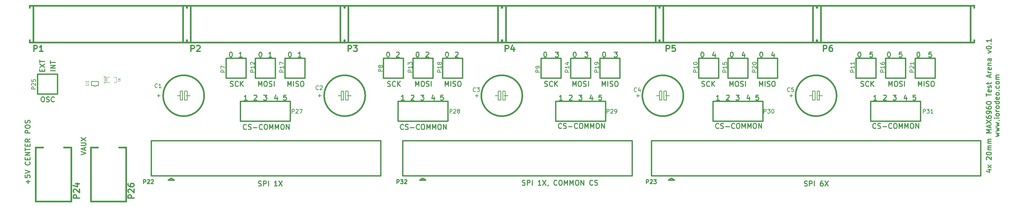
<source format=gto>
G04 (created by PCBNEW (2013-mar-13)-testing) date Tue 12 Nov 2013 05:44:31 PM PST*
%MOIN*%
G04 Gerber Fmt 3.4, Leading zero omitted, Abs format*
%FSLAX34Y34*%
G01*
G70*
G90*
G04 APERTURE LIST*
%ADD10C,0.005906*%
%ADD11C,0.010000*%
%ADD12C,0.015000*%
%ADD13C,0.008000*%
%ADD14C,0.006000*%
%ADD15C,0.012000*%
%ADD16C,0.011811*%
%ADD17C,0.004700*%
%ADD18C,0.005000*%
%ADD19C,0.010800*%
%ADD20C,0.004500*%
%ADD21C,0.003900*%
G04 APERTURE END LIST*
G54D10*
G54D11*
X68962Y-37702D02*
X69033Y-37726D01*
X69152Y-37726D01*
X69200Y-37702D01*
X69224Y-37678D01*
X69248Y-37630D01*
X69248Y-37583D01*
X69224Y-37535D01*
X69200Y-37511D01*
X69152Y-37488D01*
X69057Y-37464D01*
X69010Y-37440D01*
X68986Y-37416D01*
X68962Y-37369D01*
X68962Y-37321D01*
X68986Y-37273D01*
X69010Y-37250D01*
X69057Y-37226D01*
X69176Y-37226D01*
X69248Y-37250D01*
X69462Y-37726D02*
X69462Y-37226D01*
X69652Y-37226D01*
X69700Y-37250D01*
X69724Y-37273D01*
X69748Y-37321D01*
X69748Y-37392D01*
X69724Y-37440D01*
X69700Y-37464D01*
X69652Y-37488D01*
X69462Y-37488D01*
X69962Y-37726D02*
X69962Y-37226D01*
X70843Y-37726D02*
X70557Y-37726D01*
X70700Y-37726D02*
X70700Y-37226D01*
X70652Y-37297D01*
X70605Y-37345D01*
X70557Y-37369D01*
X71010Y-37226D02*
X71343Y-37726D01*
X71343Y-37226D02*
X71010Y-37726D01*
X71557Y-37702D02*
X71557Y-37726D01*
X71533Y-37773D01*
X71510Y-37797D01*
X72438Y-37678D02*
X72414Y-37702D01*
X72343Y-37726D01*
X72295Y-37726D01*
X72224Y-37702D01*
X72176Y-37654D01*
X72152Y-37607D01*
X72129Y-37511D01*
X72129Y-37440D01*
X72152Y-37345D01*
X72176Y-37297D01*
X72224Y-37250D01*
X72295Y-37226D01*
X72343Y-37226D01*
X72414Y-37250D01*
X72438Y-37273D01*
X72748Y-37226D02*
X72843Y-37226D01*
X72890Y-37250D01*
X72938Y-37297D01*
X72962Y-37392D01*
X72962Y-37559D01*
X72938Y-37654D01*
X72890Y-37702D01*
X72843Y-37726D01*
X72748Y-37726D01*
X72700Y-37702D01*
X72652Y-37654D01*
X72629Y-37559D01*
X72629Y-37392D01*
X72652Y-37297D01*
X72700Y-37250D01*
X72748Y-37226D01*
X73176Y-37726D02*
X73176Y-37226D01*
X73343Y-37583D01*
X73510Y-37226D01*
X73510Y-37726D01*
X73748Y-37726D02*
X73748Y-37226D01*
X73914Y-37583D01*
X74081Y-37226D01*
X74081Y-37726D01*
X74414Y-37226D02*
X74510Y-37226D01*
X74557Y-37250D01*
X74605Y-37297D01*
X74629Y-37392D01*
X74629Y-37559D01*
X74605Y-37654D01*
X74557Y-37702D01*
X74510Y-37726D01*
X74414Y-37726D01*
X74367Y-37702D01*
X74319Y-37654D01*
X74295Y-37559D01*
X74295Y-37392D01*
X74319Y-37297D01*
X74367Y-37250D01*
X74414Y-37226D01*
X74843Y-37726D02*
X74843Y-37226D01*
X75129Y-37726D01*
X75129Y-37226D01*
X76033Y-37678D02*
X76010Y-37702D01*
X75938Y-37726D01*
X75890Y-37726D01*
X75819Y-37702D01*
X75771Y-37654D01*
X75748Y-37607D01*
X75724Y-37511D01*
X75724Y-37440D01*
X75748Y-37345D01*
X75771Y-37297D01*
X75819Y-37250D01*
X75890Y-37226D01*
X75938Y-37226D01*
X76010Y-37250D01*
X76033Y-37273D01*
X76224Y-37702D02*
X76295Y-37726D01*
X76414Y-37726D01*
X76462Y-37702D01*
X76486Y-37678D01*
X76510Y-37630D01*
X76510Y-37583D01*
X76486Y-37535D01*
X76462Y-37511D01*
X76414Y-37488D01*
X76319Y-37464D01*
X76271Y-37440D01*
X76248Y-37416D01*
X76224Y-37369D01*
X76224Y-37321D01*
X76248Y-37273D01*
X76271Y-37250D01*
X76319Y-37226D01*
X76438Y-37226D01*
X76510Y-37250D01*
X104397Y-31969D02*
X104373Y-31993D01*
X104302Y-32017D01*
X104254Y-32017D01*
X104183Y-31993D01*
X104135Y-31946D01*
X104111Y-31898D01*
X104088Y-31803D01*
X104088Y-31731D01*
X104111Y-31636D01*
X104135Y-31588D01*
X104183Y-31541D01*
X104254Y-31517D01*
X104302Y-31517D01*
X104373Y-31541D01*
X104397Y-31565D01*
X104588Y-31993D02*
X104659Y-32017D01*
X104778Y-32017D01*
X104826Y-31993D01*
X104850Y-31969D01*
X104873Y-31922D01*
X104873Y-31874D01*
X104850Y-31827D01*
X104826Y-31803D01*
X104778Y-31779D01*
X104683Y-31755D01*
X104635Y-31731D01*
X104611Y-31708D01*
X104588Y-31660D01*
X104588Y-31612D01*
X104611Y-31565D01*
X104635Y-31541D01*
X104683Y-31517D01*
X104802Y-31517D01*
X104873Y-31541D01*
X105088Y-31827D02*
X105469Y-31827D01*
X105992Y-31969D02*
X105969Y-31993D01*
X105897Y-32017D01*
X105850Y-32017D01*
X105778Y-31993D01*
X105730Y-31946D01*
X105707Y-31898D01*
X105683Y-31803D01*
X105683Y-31731D01*
X105707Y-31636D01*
X105730Y-31588D01*
X105778Y-31541D01*
X105850Y-31517D01*
X105897Y-31517D01*
X105969Y-31541D01*
X105992Y-31565D01*
X106302Y-31517D02*
X106397Y-31517D01*
X106445Y-31541D01*
X106492Y-31588D01*
X106516Y-31684D01*
X106516Y-31850D01*
X106492Y-31946D01*
X106445Y-31993D01*
X106397Y-32017D01*
X106302Y-32017D01*
X106254Y-31993D01*
X106207Y-31946D01*
X106183Y-31850D01*
X106183Y-31684D01*
X106207Y-31588D01*
X106254Y-31541D01*
X106302Y-31517D01*
X106730Y-32017D02*
X106730Y-31517D01*
X106897Y-31874D01*
X107064Y-31517D01*
X107064Y-32017D01*
X107302Y-32017D02*
X107302Y-31517D01*
X107469Y-31874D01*
X107635Y-31517D01*
X107635Y-32017D01*
X107969Y-31517D02*
X108064Y-31517D01*
X108111Y-31541D01*
X108159Y-31588D01*
X108183Y-31684D01*
X108183Y-31850D01*
X108159Y-31946D01*
X108111Y-31993D01*
X108064Y-32017D01*
X107969Y-32017D01*
X107921Y-31993D01*
X107873Y-31946D01*
X107850Y-31850D01*
X107850Y-31684D01*
X107873Y-31588D01*
X107921Y-31541D01*
X107969Y-31517D01*
X108397Y-32017D02*
X108397Y-31517D01*
X108683Y-32017D01*
X108683Y-31517D01*
X88649Y-31969D02*
X88625Y-31993D01*
X88554Y-32017D01*
X88506Y-32017D01*
X88435Y-31993D01*
X88387Y-31946D01*
X88363Y-31898D01*
X88340Y-31803D01*
X88340Y-31731D01*
X88363Y-31636D01*
X88387Y-31588D01*
X88435Y-31541D01*
X88506Y-31517D01*
X88554Y-31517D01*
X88625Y-31541D01*
X88649Y-31565D01*
X88840Y-31993D02*
X88911Y-32017D01*
X89030Y-32017D01*
X89078Y-31993D01*
X89101Y-31969D01*
X89125Y-31922D01*
X89125Y-31874D01*
X89101Y-31827D01*
X89078Y-31803D01*
X89030Y-31779D01*
X88935Y-31755D01*
X88887Y-31731D01*
X88863Y-31708D01*
X88840Y-31660D01*
X88840Y-31612D01*
X88863Y-31565D01*
X88887Y-31541D01*
X88935Y-31517D01*
X89054Y-31517D01*
X89125Y-31541D01*
X89340Y-31827D02*
X89721Y-31827D01*
X90244Y-31969D02*
X90221Y-31993D01*
X90149Y-32017D01*
X90101Y-32017D01*
X90030Y-31993D01*
X89982Y-31946D01*
X89959Y-31898D01*
X89935Y-31803D01*
X89935Y-31731D01*
X89959Y-31636D01*
X89982Y-31588D01*
X90030Y-31541D01*
X90101Y-31517D01*
X90149Y-31517D01*
X90221Y-31541D01*
X90244Y-31565D01*
X90554Y-31517D02*
X90649Y-31517D01*
X90697Y-31541D01*
X90744Y-31588D01*
X90768Y-31684D01*
X90768Y-31850D01*
X90744Y-31946D01*
X90697Y-31993D01*
X90649Y-32017D01*
X90554Y-32017D01*
X90506Y-31993D01*
X90459Y-31946D01*
X90435Y-31850D01*
X90435Y-31684D01*
X90459Y-31588D01*
X90506Y-31541D01*
X90554Y-31517D01*
X90982Y-32017D02*
X90982Y-31517D01*
X91149Y-31874D01*
X91316Y-31517D01*
X91316Y-32017D01*
X91554Y-32017D02*
X91554Y-31517D01*
X91721Y-31874D01*
X91887Y-31517D01*
X91887Y-32017D01*
X92221Y-31517D02*
X92316Y-31517D01*
X92363Y-31541D01*
X92411Y-31588D01*
X92435Y-31684D01*
X92435Y-31850D01*
X92411Y-31946D01*
X92363Y-31993D01*
X92316Y-32017D01*
X92221Y-32017D01*
X92173Y-31993D01*
X92125Y-31946D01*
X92101Y-31850D01*
X92101Y-31684D01*
X92125Y-31588D01*
X92173Y-31541D01*
X92221Y-31517D01*
X92649Y-32017D02*
X92649Y-31517D01*
X92935Y-32017D01*
X92935Y-31517D01*
X72901Y-31969D02*
X72877Y-31993D01*
X72806Y-32017D01*
X72758Y-32017D01*
X72687Y-31993D01*
X72639Y-31946D01*
X72615Y-31898D01*
X72592Y-31803D01*
X72592Y-31731D01*
X72615Y-31636D01*
X72639Y-31588D01*
X72687Y-31541D01*
X72758Y-31517D01*
X72806Y-31517D01*
X72877Y-31541D01*
X72901Y-31565D01*
X73092Y-31993D02*
X73163Y-32017D01*
X73282Y-32017D01*
X73330Y-31993D01*
X73353Y-31969D01*
X73377Y-31922D01*
X73377Y-31874D01*
X73353Y-31827D01*
X73330Y-31803D01*
X73282Y-31779D01*
X73187Y-31755D01*
X73139Y-31731D01*
X73115Y-31708D01*
X73092Y-31660D01*
X73092Y-31612D01*
X73115Y-31565D01*
X73139Y-31541D01*
X73187Y-31517D01*
X73306Y-31517D01*
X73377Y-31541D01*
X73592Y-31827D02*
X73973Y-31827D01*
X74496Y-31969D02*
X74473Y-31993D01*
X74401Y-32017D01*
X74353Y-32017D01*
X74282Y-31993D01*
X74234Y-31946D01*
X74211Y-31898D01*
X74187Y-31803D01*
X74187Y-31731D01*
X74211Y-31636D01*
X74234Y-31588D01*
X74282Y-31541D01*
X74353Y-31517D01*
X74401Y-31517D01*
X74473Y-31541D01*
X74496Y-31565D01*
X74806Y-31517D02*
X74901Y-31517D01*
X74949Y-31541D01*
X74996Y-31588D01*
X75020Y-31684D01*
X75020Y-31850D01*
X74996Y-31946D01*
X74949Y-31993D01*
X74901Y-32017D01*
X74806Y-32017D01*
X74758Y-31993D01*
X74711Y-31946D01*
X74687Y-31850D01*
X74687Y-31684D01*
X74711Y-31588D01*
X74758Y-31541D01*
X74806Y-31517D01*
X75234Y-32017D02*
X75234Y-31517D01*
X75401Y-31874D01*
X75568Y-31517D01*
X75568Y-32017D01*
X75806Y-32017D02*
X75806Y-31517D01*
X75973Y-31874D01*
X76139Y-31517D01*
X76139Y-32017D01*
X76473Y-31517D02*
X76568Y-31517D01*
X76615Y-31541D01*
X76663Y-31588D01*
X76687Y-31684D01*
X76687Y-31850D01*
X76663Y-31946D01*
X76615Y-31993D01*
X76568Y-32017D01*
X76473Y-32017D01*
X76425Y-31993D01*
X76377Y-31946D01*
X76353Y-31850D01*
X76353Y-31684D01*
X76377Y-31588D01*
X76425Y-31541D01*
X76473Y-31517D01*
X76901Y-32017D02*
X76901Y-31517D01*
X77187Y-32017D01*
X77187Y-31517D01*
X57055Y-32068D02*
X57031Y-32092D01*
X56959Y-32115D01*
X56912Y-32115D01*
X56840Y-32092D01*
X56793Y-32044D01*
X56769Y-31996D01*
X56745Y-31901D01*
X56745Y-31830D01*
X56769Y-31735D01*
X56793Y-31687D01*
X56840Y-31639D01*
X56912Y-31615D01*
X56959Y-31615D01*
X57031Y-31639D01*
X57055Y-31663D01*
X57245Y-32092D02*
X57317Y-32115D01*
X57436Y-32115D01*
X57483Y-32092D01*
X57507Y-32068D01*
X57531Y-32020D01*
X57531Y-31973D01*
X57507Y-31925D01*
X57483Y-31901D01*
X57436Y-31877D01*
X57340Y-31854D01*
X57293Y-31830D01*
X57269Y-31806D01*
X57245Y-31758D01*
X57245Y-31711D01*
X57269Y-31663D01*
X57293Y-31639D01*
X57340Y-31615D01*
X57459Y-31615D01*
X57531Y-31639D01*
X57745Y-31925D02*
X58126Y-31925D01*
X58650Y-32068D02*
X58626Y-32092D01*
X58555Y-32115D01*
X58507Y-32115D01*
X58436Y-32092D01*
X58388Y-32044D01*
X58364Y-31996D01*
X58340Y-31901D01*
X58340Y-31830D01*
X58364Y-31735D01*
X58388Y-31687D01*
X58436Y-31639D01*
X58507Y-31615D01*
X58555Y-31615D01*
X58626Y-31639D01*
X58650Y-31663D01*
X58959Y-31615D02*
X59055Y-31615D01*
X59102Y-31639D01*
X59150Y-31687D01*
X59174Y-31782D01*
X59174Y-31949D01*
X59150Y-32044D01*
X59102Y-32092D01*
X59055Y-32115D01*
X58959Y-32115D01*
X58912Y-32092D01*
X58864Y-32044D01*
X58840Y-31949D01*
X58840Y-31782D01*
X58864Y-31687D01*
X58912Y-31639D01*
X58959Y-31615D01*
X59388Y-32115D02*
X59388Y-31615D01*
X59555Y-31973D01*
X59721Y-31615D01*
X59721Y-32115D01*
X59959Y-32115D02*
X59959Y-31615D01*
X60126Y-31973D01*
X60293Y-31615D01*
X60293Y-32115D01*
X60626Y-31615D02*
X60721Y-31615D01*
X60769Y-31639D01*
X60817Y-31687D01*
X60840Y-31782D01*
X60840Y-31949D01*
X60817Y-32044D01*
X60769Y-32092D01*
X60721Y-32115D01*
X60626Y-32115D01*
X60578Y-32092D01*
X60531Y-32044D01*
X60507Y-31949D01*
X60507Y-31782D01*
X60531Y-31687D01*
X60578Y-31639D01*
X60626Y-31615D01*
X61055Y-32115D02*
X61055Y-31615D01*
X61340Y-32115D01*
X61340Y-31615D01*
X108386Y-28663D02*
X108148Y-28663D01*
X108124Y-28901D01*
X108148Y-28877D01*
X108196Y-28853D01*
X108315Y-28853D01*
X108362Y-28877D01*
X108386Y-28901D01*
X108410Y-28948D01*
X108410Y-29067D01*
X108386Y-29115D01*
X108362Y-29139D01*
X108315Y-29163D01*
X108196Y-29163D01*
X108148Y-29139D01*
X108124Y-29115D01*
X107477Y-28829D02*
X107477Y-29163D01*
X107358Y-28639D02*
X107239Y-28996D01*
X107548Y-28996D01*
X106132Y-28663D02*
X106442Y-28663D01*
X106275Y-28853D01*
X106346Y-28853D01*
X106394Y-28877D01*
X106418Y-28901D01*
X106442Y-28948D01*
X106442Y-29067D01*
X106418Y-29115D01*
X106394Y-29139D01*
X106346Y-29163D01*
X106203Y-29163D01*
X106156Y-29139D01*
X106132Y-29115D01*
X105172Y-28710D02*
X105195Y-28687D01*
X105243Y-28663D01*
X105362Y-28663D01*
X105410Y-28687D01*
X105434Y-28710D01*
X105457Y-28758D01*
X105457Y-28806D01*
X105434Y-28877D01*
X105148Y-29163D01*
X105457Y-29163D01*
X104473Y-29163D02*
X104187Y-29163D01*
X104330Y-29163D02*
X104330Y-28663D01*
X104283Y-28734D01*
X104235Y-28782D01*
X104187Y-28806D01*
X88725Y-29163D02*
X88439Y-29163D01*
X88582Y-29163D02*
X88582Y-28663D01*
X88535Y-28734D01*
X88487Y-28782D01*
X88439Y-28806D01*
X89424Y-28710D02*
X89447Y-28687D01*
X89495Y-28663D01*
X89614Y-28663D01*
X89662Y-28687D01*
X89685Y-28710D01*
X89709Y-28758D01*
X89709Y-28806D01*
X89685Y-28877D01*
X89400Y-29163D01*
X89709Y-29163D01*
X90384Y-28663D02*
X90694Y-28663D01*
X90527Y-28853D01*
X90598Y-28853D01*
X90646Y-28877D01*
X90670Y-28901D01*
X90694Y-28948D01*
X90694Y-29067D01*
X90670Y-29115D01*
X90646Y-29139D01*
X90598Y-29163D01*
X90455Y-29163D01*
X90408Y-29139D01*
X90384Y-29115D01*
X91729Y-28829D02*
X91729Y-29163D01*
X91610Y-28639D02*
X91491Y-28996D01*
X91800Y-28996D01*
X92638Y-28663D02*
X92400Y-28663D01*
X92376Y-28901D01*
X92400Y-28877D01*
X92448Y-28853D01*
X92567Y-28853D01*
X92614Y-28877D01*
X92638Y-28901D01*
X92662Y-28948D01*
X92662Y-29067D01*
X92638Y-29115D01*
X92614Y-29139D01*
X92567Y-29163D01*
X92448Y-29163D01*
X92400Y-29139D01*
X92376Y-29115D01*
X76890Y-28663D02*
X76652Y-28663D01*
X76628Y-28901D01*
X76652Y-28877D01*
X76700Y-28853D01*
X76819Y-28853D01*
X76866Y-28877D01*
X76890Y-28901D01*
X76914Y-28948D01*
X76914Y-29067D01*
X76890Y-29115D01*
X76866Y-29139D01*
X76819Y-29163D01*
X76700Y-29163D01*
X76652Y-29139D01*
X76628Y-29115D01*
X75981Y-28829D02*
X75981Y-29163D01*
X75862Y-28639D02*
X75742Y-28996D01*
X76052Y-28996D01*
X74636Y-28663D02*
X74946Y-28663D01*
X74779Y-28853D01*
X74850Y-28853D01*
X74898Y-28877D01*
X74922Y-28901D01*
X74946Y-28948D01*
X74946Y-29067D01*
X74922Y-29115D01*
X74898Y-29139D01*
X74850Y-29163D01*
X74707Y-29163D01*
X74660Y-29139D01*
X74636Y-29115D01*
X73676Y-28710D02*
X73699Y-28687D01*
X73747Y-28663D01*
X73866Y-28663D01*
X73914Y-28687D01*
X73937Y-28710D01*
X73961Y-28758D01*
X73961Y-28806D01*
X73937Y-28877D01*
X73652Y-29163D01*
X73961Y-29163D01*
X72977Y-29163D02*
X72691Y-29163D01*
X72834Y-29163D02*
X72834Y-28663D01*
X72787Y-28734D01*
X72739Y-28782D01*
X72691Y-28806D01*
X57131Y-29163D02*
X56845Y-29163D01*
X56988Y-29163D02*
X56988Y-28663D01*
X56940Y-28734D01*
X56892Y-28782D01*
X56845Y-28806D01*
X57829Y-28710D02*
X57853Y-28687D01*
X57901Y-28663D01*
X58020Y-28663D01*
X58067Y-28687D01*
X58091Y-28710D01*
X58115Y-28758D01*
X58115Y-28806D01*
X58091Y-28877D01*
X57805Y-29163D01*
X58115Y-29163D01*
X58790Y-28663D02*
X59099Y-28663D01*
X58932Y-28853D01*
X59004Y-28853D01*
X59051Y-28877D01*
X59075Y-28901D01*
X59099Y-28948D01*
X59099Y-29067D01*
X59075Y-29115D01*
X59051Y-29139D01*
X59004Y-29163D01*
X58861Y-29163D01*
X58813Y-29139D01*
X58790Y-29115D01*
X60134Y-28829D02*
X60134Y-29163D01*
X60015Y-28639D02*
X59896Y-28996D01*
X60206Y-28996D01*
X61044Y-28663D02*
X60806Y-28663D01*
X60782Y-28901D01*
X60806Y-28877D01*
X60853Y-28853D01*
X60972Y-28853D01*
X61020Y-28877D01*
X61044Y-28901D01*
X61068Y-28948D01*
X61068Y-29067D01*
X61044Y-29115D01*
X61020Y-29139D01*
X60972Y-29163D01*
X60853Y-29163D01*
X60806Y-29139D01*
X60782Y-29115D01*
X45296Y-28663D02*
X45058Y-28663D01*
X45034Y-28901D01*
X45058Y-28877D01*
X45105Y-28853D01*
X45224Y-28853D01*
X45272Y-28877D01*
X45296Y-28901D01*
X45320Y-28948D01*
X45320Y-29067D01*
X45296Y-29115D01*
X45272Y-29139D01*
X45224Y-29163D01*
X45105Y-29163D01*
X45058Y-29139D01*
X45034Y-29115D01*
X44386Y-28829D02*
X44386Y-29163D01*
X44267Y-28639D02*
X44148Y-28996D01*
X44458Y-28996D01*
X43041Y-28663D02*
X43351Y-28663D01*
X43184Y-28853D01*
X43256Y-28853D01*
X43303Y-28877D01*
X43327Y-28901D01*
X43351Y-28948D01*
X43351Y-29067D01*
X43327Y-29115D01*
X43303Y-29139D01*
X43256Y-29163D01*
X43113Y-29163D01*
X43065Y-29139D01*
X43041Y-29115D01*
X42081Y-28710D02*
X42105Y-28687D01*
X42152Y-28663D01*
X42272Y-28663D01*
X42319Y-28687D01*
X42343Y-28710D01*
X42367Y-28758D01*
X42367Y-28806D01*
X42343Y-28877D01*
X42057Y-29163D01*
X42367Y-29163D01*
X41383Y-29163D02*
X41097Y-29163D01*
X41240Y-29163D02*
X41240Y-28663D01*
X41192Y-28734D01*
X41144Y-28782D01*
X41097Y-28806D01*
X41307Y-32068D02*
X41283Y-32092D01*
X41211Y-32115D01*
X41164Y-32115D01*
X41092Y-32092D01*
X41045Y-32044D01*
X41021Y-31996D01*
X40997Y-31901D01*
X40997Y-31830D01*
X41021Y-31735D01*
X41045Y-31687D01*
X41092Y-31639D01*
X41164Y-31615D01*
X41211Y-31615D01*
X41283Y-31639D01*
X41307Y-31663D01*
X41497Y-32092D02*
X41568Y-32115D01*
X41688Y-32115D01*
X41735Y-32092D01*
X41759Y-32068D01*
X41783Y-32020D01*
X41783Y-31973D01*
X41759Y-31925D01*
X41735Y-31901D01*
X41688Y-31877D01*
X41592Y-31854D01*
X41545Y-31830D01*
X41521Y-31806D01*
X41497Y-31758D01*
X41497Y-31711D01*
X41521Y-31663D01*
X41545Y-31639D01*
X41592Y-31615D01*
X41711Y-31615D01*
X41783Y-31639D01*
X41997Y-31925D02*
X42378Y-31925D01*
X42902Y-32068D02*
X42878Y-32092D01*
X42807Y-32115D01*
X42759Y-32115D01*
X42688Y-32092D01*
X42640Y-32044D01*
X42616Y-31996D01*
X42592Y-31901D01*
X42592Y-31830D01*
X42616Y-31735D01*
X42640Y-31687D01*
X42688Y-31639D01*
X42759Y-31615D01*
X42807Y-31615D01*
X42878Y-31639D01*
X42902Y-31663D01*
X43211Y-31615D02*
X43307Y-31615D01*
X43354Y-31639D01*
X43402Y-31687D01*
X43426Y-31782D01*
X43426Y-31949D01*
X43402Y-32044D01*
X43354Y-32092D01*
X43307Y-32115D01*
X43211Y-32115D01*
X43164Y-32092D01*
X43116Y-32044D01*
X43092Y-31949D01*
X43092Y-31782D01*
X43116Y-31687D01*
X43164Y-31639D01*
X43211Y-31615D01*
X43640Y-32115D02*
X43640Y-31615D01*
X43807Y-31973D01*
X43973Y-31615D01*
X43973Y-32115D01*
X44211Y-32115D02*
X44211Y-31615D01*
X44378Y-31973D01*
X44545Y-31615D01*
X44545Y-32115D01*
X44878Y-31615D02*
X44973Y-31615D01*
X45021Y-31639D01*
X45068Y-31687D01*
X45092Y-31782D01*
X45092Y-31949D01*
X45068Y-32044D01*
X45021Y-32092D01*
X44973Y-32115D01*
X44878Y-32115D01*
X44830Y-32092D01*
X44783Y-32044D01*
X44759Y-31949D01*
X44759Y-31782D01*
X44783Y-31687D01*
X44830Y-31639D01*
X44878Y-31615D01*
X45307Y-32115D02*
X45307Y-31615D01*
X45592Y-32115D01*
X45592Y-31615D01*
X42522Y-37800D02*
X42593Y-37824D01*
X42712Y-37824D01*
X42760Y-37800D01*
X42784Y-37776D01*
X42807Y-37729D01*
X42807Y-37681D01*
X42784Y-37634D01*
X42760Y-37610D01*
X42712Y-37586D01*
X42617Y-37562D01*
X42569Y-37538D01*
X42546Y-37515D01*
X42522Y-37467D01*
X42522Y-37419D01*
X42546Y-37372D01*
X42569Y-37348D01*
X42617Y-37324D01*
X42736Y-37324D01*
X42807Y-37348D01*
X43022Y-37824D02*
X43022Y-37324D01*
X43212Y-37324D01*
X43260Y-37348D01*
X43284Y-37372D01*
X43307Y-37419D01*
X43307Y-37491D01*
X43284Y-37538D01*
X43260Y-37562D01*
X43212Y-37586D01*
X43022Y-37586D01*
X43522Y-37824D02*
X43522Y-37324D01*
X44403Y-37824D02*
X44117Y-37824D01*
X44260Y-37824D02*
X44260Y-37324D01*
X44212Y-37396D01*
X44165Y-37443D01*
X44117Y-37467D01*
X44569Y-37324D02*
X44903Y-37824D01*
X44903Y-37324D02*
X44569Y-37824D01*
X22166Y-26192D02*
X21666Y-26192D01*
X22166Y-25954D02*
X21666Y-25954D01*
X22166Y-25668D01*
X21666Y-25668D01*
X21666Y-25501D02*
X21666Y-25216D01*
X22166Y-25359D02*
X21666Y-25359D01*
X20824Y-26275D02*
X20824Y-26109D01*
X21086Y-26037D02*
X21086Y-26275D01*
X20586Y-26275D01*
X20586Y-26037D01*
X20586Y-25870D02*
X21086Y-25537D01*
X20586Y-25537D02*
X21086Y-25870D01*
X20586Y-25418D02*
X20586Y-25132D01*
X21086Y-25275D02*
X20586Y-25275D01*
X20864Y-28846D02*
X20959Y-28846D01*
X21007Y-28870D01*
X21054Y-28917D01*
X21078Y-29012D01*
X21078Y-29179D01*
X21054Y-29274D01*
X21007Y-29322D01*
X20959Y-29346D01*
X20864Y-29346D01*
X20816Y-29322D01*
X20769Y-29274D01*
X20745Y-29179D01*
X20745Y-29012D01*
X20769Y-28917D01*
X20816Y-28870D01*
X20864Y-28846D01*
X21269Y-29322D02*
X21340Y-29346D01*
X21459Y-29346D01*
X21507Y-29322D01*
X21530Y-29298D01*
X21554Y-29250D01*
X21554Y-29203D01*
X21530Y-29155D01*
X21507Y-29131D01*
X21459Y-29108D01*
X21364Y-29084D01*
X21316Y-29060D01*
X21292Y-29036D01*
X21269Y-28989D01*
X21269Y-28941D01*
X21292Y-28893D01*
X21316Y-28870D01*
X21364Y-28846D01*
X21483Y-28846D01*
X21554Y-28870D01*
X22054Y-29298D02*
X22030Y-29322D01*
X21959Y-29346D01*
X21911Y-29346D01*
X21840Y-29322D01*
X21792Y-29274D01*
X21769Y-29227D01*
X21745Y-29131D01*
X21745Y-29060D01*
X21769Y-28965D01*
X21792Y-28917D01*
X21840Y-28870D01*
X21911Y-28846D01*
X21959Y-28846D01*
X22030Y-28870D01*
X22054Y-28893D01*
X24726Y-34680D02*
X25226Y-34514D01*
X24726Y-34347D01*
X25083Y-34204D02*
X25083Y-33966D01*
X25226Y-34252D02*
X24726Y-34085D01*
X25226Y-33919D01*
X24726Y-33752D02*
X25130Y-33752D01*
X25178Y-33728D01*
X25202Y-33704D01*
X25226Y-33657D01*
X25226Y-33561D01*
X25202Y-33514D01*
X25178Y-33490D01*
X25130Y-33466D01*
X24726Y-33466D01*
X24726Y-33276D02*
X25226Y-32942D01*
X24726Y-32942D02*
X25226Y-33276D01*
X115640Y-36188D02*
X115974Y-36188D01*
X115450Y-36307D02*
X115807Y-36426D01*
X115807Y-36117D01*
X115974Y-35974D02*
X115640Y-35712D01*
X115640Y-35974D02*
X115974Y-35712D01*
X115521Y-35164D02*
X115498Y-35141D01*
X115474Y-35093D01*
X115474Y-34974D01*
X115498Y-34926D01*
X115521Y-34902D01*
X115569Y-34879D01*
X115617Y-34879D01*
X115688Y-34902D01*
X115974Y-35188D01*
X115974Y-34879D01*
X115474Y-34569D02*
X115474Y-34522D01*
X115498Y-34474D01*
X115521Y-34450D01*
X115569Y-34426D01*
X115664Y-34402D01*
X115783Y-34402D01*
X115878Y-34426D01*
X115926Y-34450D01*
X115950Y-34474D01*
X115974Y-34522D01*
X115974Y-34569D01*
X115950Y-34617D01*
X115926Y-34641D01*
X115878Y-34664D01*
X115783Y-34688D01*
X115664Y-34688D01*
X115569Y-34664D01*
X115521Y-34641D01*
X115498Y-34617D01*
X115474Y-34569D01*
X115974Y-34188D02*
X115640Y-34188D01*
X115688Y-34188D02*
X115664Y-34164D01*
X115640Y-34117D01*
X115640Y-34045D01*
X115664Y-33998D01*
X115712Y-33974D01*
X115974Y-33974D01*
X115712Y-33974D02*
X115664Y-33950D01*
X115640Y-33902D01*
X115640Y-33831D01*
X115664Y-33783D01*
X115712Y-33760D01*
X115974Y-33760D01*
X115974Y-33522D02*
X115640Y-33522D01*
X115688Y-33522D02*
X115664Y-33498D01*
X115640Y-33450D01*
X115640Y-33379D01*
X115664Y-33331D01*
X115712Y-33307D01*
X115974Y-33307D01*
X115712Y-33307D02*
X115664Y-33283D01*
X115640Y-33236D01*
X115640Y-33164D01*
X115664Y-33117D01*
X115712Y-33093D01*
X115974Y-33093D01*
X115974Y-32474D02*
X115474Y-32474D01*
X115831Y-32307D01*
X115474Y-32141D01*
X115974Y-32141D01*
X115831Y-31926D02*
X115831Y-31688D01*
X115974Y-31974D02*
X115474Y-31807D01*
X115974Y-31641D01*
X115474Y-31522D02*
X115974Y-31188D01*
X115474Y-31188D02*
X115974Y-31522D01*
X115474Y-30783D02*
X115474Y-30879D01*
X115498Y-30926D01*
X115521Y-30950D01*
X115593Y-30998D01*
X115688Y-31022D01*
X115878Y-31022D01*
X115926Y-30998D01*
X115950Y-30974D01*
X115974Y-30926D01*
X115974Y-30831D01*
X115950Y-30783D01*
X115926Y-30760D01*
X115878Y-30736D01*
X115759Y-30736D01*
X115712Y-30760D01*
X115688Y-30783D01*
X115664Y-30831D01*
X115664Y-30926D01*
X115688Y-30974D01*
X115712Y-30998D01*
X115759Y-31022D01*
X115974Y-30498D02*
X115974Y-30402D01*
X115950Y-30355D01*
X115926Y-30331D01*
X115855Y-30283D01*
X115759Y-30260D01*
X115569Y-30260D01*
X115521Y-30283D01*
X115498Y-30307D01*
X115474Y-30355D01*
X115474Y-30450D01*
X115498Y-30498D01*
X115521Y-30522D01*
X115569Y-30545D01*
X115688Y-30545D01*
X115736Y-30522D01*
X115759Y-30498D01*
X115783Y-30450D01*
X115783Y-30355D01*
X115759Y-30307D01*
X115736Y-30283D01*
X115688Y-30260D01*
X115474Y-29831D02*
X115474Y-29926D01*
X115498Y-29974D01*
X115521Y-29998D01*
X115593Y-30045D01*
X115688Y-30069D01*
X115878Y-30069D01*
X115926Y-30045D01*
X115950Y-30022D01*
X115974Y-29974D01*
X115974Y-29879D01*
X115950Y-29831D01*
X115926Y-29807D01*
X115878Y-29783D01*
X115759Y-29783D01*
X115712Y-29807D01*
X115688Y-29831D01*
X115664Y-29879D01*
X115664Y-29974D01*
X115688Y-30022D01*
X115712Y-30045D01*
X115759Y-30069D01*
X115474Y-29474D02*
X115474Y-29426D01*
X115498Y-29379D01*
X115521Y-29355D01*
X115569Y-29331D01*
X115664Y-29307D01*
X115783Y-29307D01*
X115878Y-29331D01*
X115926Y-29355D01*
X115950Y-29379D01*
X115974Y-29426D01*
X115974Y-29474D01*
X115950Y-29522D01*
X115926Y-29545D01*
X115878Y-29569D01*
X115783Y-29593D01*
X115664Y-29593D01*
X115569Y-29569D01*
X115521Y-29545D01*
X115498Y-29522D01*
X115474Y-29474D01*
X115474Y-28783D02*
X115474Y-28498D01*
X115974Y-28641D02*
X115474Y-28641D01*
X115950Y-28141D02*
X115974Y-28188D01*
X115974Y-28283D01*
X115950Y-28331D01*
X115902Y-28355D01*
X115712Y-28355D01*
X115664Y-28331D01*
X115640Y-28283D01*
X115640Y-28188D01*
X115664Y-28141D01*
X115712Y-28117D01*
X115759Y-28117D01*
X115807Y-28355D01*
X115950Y-27926D02*
X115974Y-27879D01*
X115974Y-27783D01*
X115950Y-27736D01*
X115902Y-27712D01*
X115878Y-27712D01*
X115831Y-27736D01*
X115807Y-27783D01*
X115807Y-27855D01*
X115783Y-27902D01*
X115736Y-27926D01*
X115712Y-27926D01*
X115664Y-27902D01*
X115640Y-27855D01*
X115640Y-27783D01*
X115664Y-27736D01*
X115640Y-27569D02*
X115640Y-27379D01*
X115474Y-27498D02*
X115902Y-27498D01*
X115950Y-27474D01*
X115974Y-27426D01*
X115974Y-27379D01*
X115831Y-26855D02*
X115831Y-26617D01*
X115974Y-26902D02*
X115474Y-26736D01*
X115974Y-26569D01*
X115974Y-26402D02*
X115640Y-26402D01*
X115736Y-26402D02*
X115688Y-26379D01*
X115664Y-26355D01*
X115640Y-26307D01*
X115640Y-26260D01*
X115950Y-25902D02*
X115974Y-25950D01*
X115974Y-26045D01*
X115950Y-26093D01*
X115902Y-26117D01*
X115712Y-26117D01*
X115664Y-26093D01*
X115640Y-26045D01*
X115640Y-25950D01*
X115664Y-25902D01*
X115712Y-25879D01*
X115759Y-25879D01*
X115807Y-26117D01*
X115640Y-25664D02*
X115974Y-25664D01*
X115688Y-25664D02*
X115664Y-25641D01*
X115640Y-25593D01*
X115640Y-25522D01*
X115664Y-25474D01*
X115712Y-25450D01*
X115974Y-25450D01*
X115974Y-24998D02*
X115712Y-24998D01*
X115664Y-25022D01*
X115640Y-25069D01*
X115640Y-25164D01*
X115664Y-25212D01*
X115950Y-24998D02*
X115974Y-25045D01*
X115974Y-25164D01*
X115950Y-25212D01*
X115902Y-25236D01*
X115855Y-25236D01*
X115807Y-25212D01*
X115783Y-25164D01*
X115783Y-25045D01*
X115759Y-24998D01*
X115640Y-24426D02*
X115974Y-24307D01*
X115640Y-24188D01*
X115474Y-23902D02*
X115474Y-23855D01*
X115498Y-23807D01*
X115521Y-23783D01*
X115569Y-23760D01*
X115664Y-23736D01*
X115783Y-23736D01*
X115878Y-23760D01*
X115926Y-23783D01*
X115950Y-23807D01*
X115974Y-23855D01*
X115974Y-23902D01*
X115950Y-23950D01*
X115926Y-23974D01*
X115878Y-23998D01*
X115783Y-24022D01*
X115664Y-24022D01*
X115569Y-23998D01*
X115521Y-23974D01*
X115498Y-23950D01*
X115474Y-23902D01*
X115926Y-23522D02*
X115950Y-23498D01*
X115974Y-23522D01*
X115950Y-23545D01*
X115926Y-23522D01*
X115974Y-23522D01*
X115974Y-23022D02*
X115974Y-23307D01*
X115974Y-23164D02*
X115474Y-23164D01*
X115545Y-23212D01*
X115593Y-23260D01*
X115617Y-23307D01*
X116440Y-32843D02*
X116774Y-32748D01*
X116536Y-32652D01*
X116774Y-32557D01*
X116440Y-32462D01*
X116440Y-32319D02*
X116774Y-32224D01*
X116536Y-32129D01*
X116774Y-32033D01*
X116440Y-31938D01*
X116440Y-31795D02*
X116774Y-31700D01*
X116536Y-31605D01*
X116774Y-31510D01*
X116440Y-31414D01*
X116726Y-31224D02*
X116750Y-31200D01*
X116774Y-31224D01*
X116750Y-31248D01*
X116726Y-31224D01*
X116774Y-31224D01*
X116774Y-30986D02*
X116440Y-30986D01*
X116274Y-30986D02*
X116298Y-31010D01*
X116321Y-30986D01*
X116298Y-30962D01*
X116274Y-30986D01*
X116321Y-30986D01*
X116774Y-30676D02*
X116750Y-30724D01*
X116726Y-30748D01*
X116678Y-30772D01*
X116536Y-30772D01*
X116488Y-30748D01*
X116464Y-30724D01*
X116440Y-30676D01*
X116440Y-30605D01*
X116464Y-30557D01*
X116488Y-30533D01*
X116536Y-30510D01*
X116678Y-30510D01*
X116726Y-30533D01*
X116750Y-30557D01*
X116774Y-30605D01*
X116774Y-30676D01*
X116774Y-30295D02*
X116440Y-30295D01*
X116536Y-30295D02*
X116488Y-30272D01*
X116464Y-30248D01*
X116440Y-30200D01*
X116440Y-30152D01*
X116774Y-29914D02*
X116750Y-29962D01*
X116726Y-29986D01*
X116678Y-30010D01*
X116536Y-30010D01*
X116488Y-29986D01*
X116464Y-29962D01*
X116440Y-29914D01*
X116440Y-29843D01*
X116464Y-29795D01*
X116488Y-29772D01*
X116536Y-29748D01*
X116678Y-29748D01*
X116726Y-29772D01*
X116750Y-29795D01*
X116774Y-29843D01*
X116774Y-29914D01*
X116774Y-29319D02*
X116274Y-29319D01*
X116750Y-29319D02*
X116774Y-29367D01*
X116774Y-29462D01*
X116750Y-29510D01*
X116726Y-29533D01*
X116678Y-29557D01*
X116536Y-29557D01*
X116488Y-29533D01*
X116464Y-29510D01*
X116440Y-29462D01*
X116440Y-29367D01*
X116464Y-29319D01*
X116750Y-28891D02*
X116774Y-28938D01*
X116774Y-29033D01*
X116750Y-29081D01*
X116702Y-29105D01*
X116512Y-29105D01*
X116464Y-29081D01*
X116440Y-29033D01*
X116440Y-28938D01*
X116464Y-28891D01*
X116512Y-28867D01*
X116559Y-28867D01*
X116607Y-29105D01*
X116774Y-28581D02*
X116750Y-28629D01*
X116726Y-28652D01*
X116678Y-28676D01*
X116536Y-28676D01*
X116488Y-28652D01*
X116464Y-28629D01*
X116440Y-28581D01*
X116440Y-28510D01*
X116464Y-28462D01*
X116488Y-28438D01*
X116536Y-28414D01*
X116678Y-28414D01*
X116726Y-28438D01*
X116750Y-28462D01*
X116774Y-28510D01*
X116774Y-28581D01*
X116726Y-28200D02*
X116750Y-28176D01*
X116774Y-28200D01*
X116750Y-28224D01*
X116726Y-28200D01*
X116774Y-28200D01*
X116750Y-27748D02*
X116774Y-27795D01*
X116774Y-27891D01*
X116750Y-27938D01*
X116726Y-27962D01*
X116678Y-27986D01*
X116536Y-27986D01*
X116488Y-27962D01*
X116464Y-27938D01*
X116440Y-27891D01*
X116440Y-27795D01*
X116464Y-27748D01*
X116774Y-27462D02*
X116750Y-27510D01*
X116726Y-27533D01*
X116678Y-27557D01*
X116536Y-27557D01*
X116488Y-27533D01*
X116464Y-27510D01*
X116440Y-27462D01*
X116440Y-27391D01*
X116464Y-27343D01*
X116488Y-27319D01*
X116536Y-27295D01*
X116678Y-27295D01*
X116726Y-27319D01*
X116750Y-27343D01*
X116774Y-27391D01*
X116774Y-27462D01*
X116774Y-27081D02*
X116440Y-27081D01*
X116488Y-27081D02*
X116464Y-27057D01*
X116440Y-27010D01*
X116440Y-26938D01*
X116464Y-26891D01*
X116512Y-26867D01*
X116774Y-26867D01*
X116512Y-26867D02*
X116464Y-26843D01*
X116440Y-26795D01*
X116440Y-26724D01*
X116464Y-26676D01*
X116512Y-26652D01*
X116774Y-26652D01*
X97246Y-37800D02*
X97318Y-37824D01*
X97437Y-37824D01*
X97484Y-37800D01*
X97508Y-37776D01*
X97532Y-37729D01*
X97532Y-37681D01*
X97508Y-37634D01*
X97484Y-37610D01*
X97437Y-37586D01*
X97341Y-37562D01*
X97294Y-37538D01*
X97270Y-37515D01*
X97246Y-37467D01*
X97246Y-37419D01*
X97270Y-37372D01*
X97294Y-37348D01*
X97341Y-37324D01*
X97460Y-37324D01*
X97532Y-37348D01*
X97746Y-37824D02*
X97746Y-37324D01*
X97937Y-37324D01*
X97984Y-37348D01*
X98008Y-37372D01*
X98032Y-37419D01*
X98032Y-37491D01*
X98008Y-37538D01*
X97984Y-37562D01*
X97937Y-37586D01*
X97746Y-37586D01*
X98246Y-37824D02*
X98246Y-37324D01*
X99079Y-37324D02*
X98984Y-37324D01*
X98937Y-37348D01*
X98913Y-37372D01*
X98865Y-37443D01*
X98841Y-37538D01*
X98841Y-37729D01*
X98865Y-37776D01*
X98889Y-37800D01*
X98937Y-37824D01*
X99032Y-37824D01*
X99079Y-37800D01*
X99103Y-37776D01*
X99127Y-37729D01*
X99127Y-37610D01*
X99103Y-37562D01*
X99079Y-37538D01*
X99032Y-37515D01*
X98937Y-37515D01*
X98889Y-37538D01*
X98865Y-37562D01*
X98841Y-37610D01*
X99294Y-37324D02*
X99627Y-37824D01*
X99627Y-37324D02*
X99294Y-37824D01*
X19435Y-37578D02*
X19435Y-37197D01*
X19626Y-37388D02*
X19245Y-37388D01*
X19126Y-36721D02*
X19126Y-36959D01*
X19364Y-36983D01*
X19340Y-36959D01*
X19316Y-36911D01*
X19316Y-36792D01*
X19340Y-36745D01*
X19364Y-36721D01*
X19411Y-36697D01*
X19530Y-36697D01*
X19578Y-36721D01*
X19602Y-36745D01*
X19626Y-36792D01*
X19626Y-36911D01*
X19602Y-36959D01*
X19578Y-36983D01*
X19126Y-36554D02*
X19626Y-36388D01*
X19126Y-36221D01*
X19578Y-35388D02*
X19602Y-35411D01*
X19626Y-35483D01*
X19626Y-35530D01*
X19602Y-35602D01*
X19554Y-35650D01*
X19507Y-35673D01*
X19411Y-35697D01*
X19340Y-35697D01*
X19245Y-35673D01*
X19197Y-35650D01*
X19150Y-35602D01*
X19126Y-35530D01*
X19126Y-35483D01*
X19150Y-35411D01*
X19173Y-35388D01*
X19364Y-35173D02*
X19364Y-35007D01*
X19626Y-34935D02*
X19626Y-35173D01*
X19126Y-35173D01*
X19126Y-34935D01*
X19626Y-34721D02*
X19126Y-34721D01*
X19626Y-34435D01*
X19126Y-34435D01*
X19126Y-34269D02*
X19126Y-33983D01*
X19626Y-34126D02*
X19126Y-34126D01*
X19364Y-33816D02*
X19364Y-33650D01*
X19626Y-33578D02*
X19626Y-33816D01*
X19126Y-33816D01*
X19126Y-33578D01*
X19626Y-33078D02*
X19388Y-33245D01*
X19626Y-33364D02*
X19126Y-33364D01*
X19126Y-33173D01*
X19150Y-33126D01*
X19173Y-33102D01*
X19221Y-33078D01*
X19292Y-33078D01*
X19340Y-33102D01*
X19364Y-33126D01*
X19388Y-33173D01*
X19388Y-33364D01*
X19626Y-32483D02*
X19126Y-32483D01*
X19126Y-32292D01*
X19150Y-32245D01*
X19173Y-32221D01*
X19221Y-32197D01*
X19292Y-32197D01*
X19340Y-32221D01*
X19364Y-32245D01*
X19388Y-32292D01*
X19388Y-32483D01*
X19126Y-31888D02*
X19126Y-31792D01*
X19150Y-31745D01*
X19197Y-31697D01*
X19292Y-31673D01*
X19459Y-31673D01*
X19554Y-31697D01*
X19602Y-31745D01*
X19626Y-31792D01*
X19626Y-31888D01*
X19602Y-31935D01*
X19554Y-31983D01*
X19459Y-32007D01*
X19292Y-32007D01*
X19197Y-31983D01*
X19150Y-31935D01*
X19126Y-31888D01*
X19602Y-31483D02*
X19626Y-31411D01*
X19626Y-31292D01*
X19602Y-31245D01*
X19578Y-31221D01*
X19530Y-31197D01*
X19483Y-31197D01*
X19435Y-31221D01*
X19411Y-31245D01*
X19388Y-31292D01*
X19364Y-31388D01*
X19340Y-31435D01*
X19316Y-31459D01*
X19269Y-31483D01*
X19221Y-31483D01*
X19173Y-31459D01*
X19150Y-31435D01*
X19126Y-31388D01*
X19126Y-31269D01*
X19150Y-31197D01*
X61222Y-27785D02*
X61222Y-27285D01*
X61388Y-27642D01*
X61555Y-27285D01*
X61555Y-27785D01*
X61793Y-27785D02*
X61793Y-27285D01*
X62007Y-27761D02*
X62079Y-27785D01*
X62198Y-27785D01*
X62245Y-27761D01*
X62269Y-27737D01*
X62293Y-27690D01*
X62293Y-27642D01*
X62269Y-27594D01*
X62245Y-27570D01*
X62198Y-27547D01*
X62103Y-27523D01*
X62055Y-27499D01*
X62031Y-27475D01*
X62007Y-27428D01*
X62007Y-27380D01*
X62031Y-27332D01*
X62055Y-27309D01*
X62103Y-27285D01*
X62222Y-27285D01*
X62293Y-27309D01*
X62603Y-27285D02*
X62698Y-27285D01*
X62745Y-27309D01*
X62793Y-27356D01*
X62817Y-27451D01*
X62817Y-27618D01*
X62793Y-27713D01*
X62745Y-27761D01*
X62698Y-27785D01*
X62603Y-27785D01*
X62555Y-27761D01*
X62507Y-27713D01*
X62484Y-27618D01*
X62484Y-27451D01*
X62507Y-27356D01*
X62555Y-27309D01*
X62603Y-27285D01*
X58269Y-27785D02*
X58269Y-27285D01*
X58436Y-27642D01*
X58602Y-27285D01*
X58602Y-27785D01*
X58936Y-27285D02*
X59031Y-27285D01*
X59078Y-27309D01*
X59126Y-27356D01*
X59150Y-27451D01*
X59150Y-27618D01*
X59126Y-27713D01*
X59078Y-27761D01*
X59031Y-27785D01*
X58936Y-27785D01*
X58888Y-27761D01*
X58840Y-27713D01*
X58817Y-27618D01*
X58817Y-27451D01*
X58840Y-27356D01*
X58888Y-27309D01*
X58936Y-27285D01*
X59340Y-27761D02*
X59412Y-27785D01*
X59531Y-27785D01*
X59578Y-27761D01*
X59602Y-27737D01*
X59626Y-27690D01*
X59626Y-27642D01*
X59602Y-27594D01*
X59578Y-27570D01*
X59531Y-27547D01*
X59436Y-27523D01*
X59388Y-27499D01*
X59364Y-27475D01*
X59340Y-27428D01*
X59340Y-27380D01*
X59364Y-27332D01*
X59388Y-27309D01*
X59436Y-27285D01*
X59555Y-27285D01*
X59626Y-27309D01*
X59840Y-27785D02*
X59840Y-27285D01*
X55459Y-27761D02*
X55530Y-27785D01*
X55649Y-27785D01*
X55697Y-27761D01*
X55721Y-27737D01*
X55745Y-27690D01*
X55745Y-27642D01*
X55721Y-27594D01*
X55697Y-27570D01*
X55649Y-27547D01*
X55554Y-27523D01*
X55507Y-27499D01*
X55483Y-27475D01*
X55459Y-27428D01*
X55459Y-27380D01*
X55483Y-27332D01*
X55507Y-27309D01*
X55554Y-27285D01*
X55673Y-27285D01*
X55745Y-27309D01*
X56245Y-27737D02*
X56221Y-27761D01*
X56149Y-27785D01*
X56102Y-27785D01*
X56030Y-27761D01*
X55983Y-27713D01*
X55959Y-27666D01*
X55935Y-27570D01*
X55935Y-27499D01*
X55959Y-27404D01*
X55983Y-27356D01*
X56030Y-27309D01*
X56102Y-27285D01*
X56149Y-27285D01*
X56221Y-27309D01*
X56245Y-27332D01*
X56459Y-27785D02*
X56459Y-27285D01*
X56745Y-27785D02*
X56530Y-27499D01*
X56745Y-27285D02*
X56459Y-27570D01*
X109961Y-24332D02*
X109723Y-24332D01*
X109699Y-24570D01*
X109723Y-24546D01*
X109771Y-24522D01*
X109890Y-24522D01*
X109937Y-24546D01*
X109961Y-24570D01*
X109985Y-24618D01*
X109985Y-24737D01*
X109961Y-24784D01*
X109937Y-24808D01*
X109890Y-24832D01*
X109771Y-24832D01*
X109723Y-24808D01*
X109699Y-24784D01*
X108637Y-24332D02*
X108685Y-24332D01*
X108732Y-24356D01*
X108756Y-24380D01*
X108780Y-24427D01*
X108804Y-24522D01*
X108804Y-24642D01*
X108780Y-24737D01*
X108756Y-24784D01*
X108732Y-24808D01*
X108685Y-24832D01*
X108637Y-24832D01*
X108589Y-24808D01*
X108566Y-24784D01*
X108542Y-24737D01*
X108518Y-24642D01*
X108518Y-24522D01*
X108542Y-24427D01*
X108566Y-24380D01*
X108589Y-24356D01*
X108637Y-24332D01*
X105684Y-24332D02*
X105732Y-24332D01*
X105780Y-24356D01*
X105803Y-24380D01*
X105827Y-24427D01*
X105851Y-24522D01*
X105851Y-24642D01*
X105827Y-24737D01*
X105803Y-24784D01*
X105780Y-24808D01*
X105732Y-24832D01*
X105684Y-24832D01*
X105637Y-24808D01*
X105613Y-24784D01*
X105589Y-24737D01*
X105565Y-24642D01*
X105565Y-24522D01*
X105589Y-24427D01*
X105613Y-24380D01*
X105637Y-24356D01*
X105684Y-24332D01*
X107008Y-24332D02*
X106770Y-24332D01*
X106746Y-24570D01*
X106770Y-24546D01*
X106818Y-24522D01*
X106937Y-24522D01*
X106985Y-24546D01*
X107008Y-24570D01*
X107032Y-24618D01*
X107032Y-24737D01*
X107008Y-24784D01*
X106985Y-24808D01*
X106937Y-24832D01*
X106818Y-24832D01*
X106770Y-24808D01*
X106746Y-24784D01*
X104056Y-24332D02*
X103817Y-24332D01*
X103794Y-24570D01*
X103817Y-24546D01*
X103865Y-24522D01*
X103984Y-24522D01*
X104032Y-24546D01*
X104056Y-24570D01*
X104079Y-24618D01*
X104079Y-24737D01*
X104056Y-24784D01*
X104032Y-24808D01*
X103984Y-24832D01*
X103865Y-24832D01*
X103817Y-24808D01*
X103794Y-24784D01*
X102732Y-24332D02*
X102779Y-24332D01*
X102827Y-24356D01*
X102851Y-24380D01*
X102874Y-24427D01*
X102898Y-24522D01*
X102898Y-24642D01*
X102874Y-24737D01*
X102851Y-24784D01*
X102827Y-24808D01*
X102779Y-24832D01*
X102732Y-24832D01*
X102684Y-24808D01*
X102660Y-24784D01*
X102636Y-24737D01*
X102613Y-24642D01*
X102613Y-24522D01*
X102636Y-24427D01*
X102660Y-24380D01*
X102684Y-24356D01*
X102732Y-24332D01*
X86984Y-24332D02*
X87031Y-24332D01*
X87079Y-24356D01*
X87103Y-24380D01*
X87126Y-24427D01*
X87150Y-24522D01*
X87150Y-24642D01*
X87126Y-24737D01*
X87103Y-24784D01*
X87079Y-24808D01*
X87031Y-24832D01*
X86984Y-24832D01*
X86936Y-24808D01*
X86912Y-24784D01*
X86888Y-24737D01*
X86865Y-24642D01*
X86865Y-24522D01*
X86888Y-24427D01*
X86912Y-24380D01*
X86936Y-24356D01*
X86984Y-24332D01*
X88284Y-24499D02*
X88284Y-24832D01*
X88165Y-24308D02*
X88046Y-24665D01*
X88355Y-24665D01*
X91236Y-24499D02*
X91236Y-24832D01*
X91117Y-24308D02*
X90998Y-24665D01*
X91308Y-24665D01*
X89936Y-24332D02*
X89984Y-24332D01*
X90032Y-24356D01*
X90055Y-24380D01*
X90079Y-24427D01*
X90103Y-24522D01*
X90103Y-24642D01*
X90079Y-24737D01*
X90055Y-24784D01*
X90032Y-24808D01*
X89984Y-24832D01*
X89936Y-24832D01*
X89889Y-24808D01*
X89865Y-24784D01*
X89841Y-24737D01*
X89817Y-24642D01*
X89817Y-24522D01*
X89841Y-24427D01*
X89865Y-24380D01*
X89889Y-24356D01*
X89936Y-24332D01*
X92889Y-24332D02*
X92937Y-24332D01*
X92984Y-24356D01*
X93008Y-24380D01*
X93032Y-24427D01*
X93056Y-24522D01*
X93056Y-24642D01*
X93032Y-24737D01*
X93008Y-24784D01*
X92984Y-24808D01*
X92937Y-24832D01*
X92889Y-24832D01*
X92841Y-24808D01*
X92818Y-24784D01*
X92794Y-24737D01*
X92770Y-24642D01*
X92770Y-24522D01*
X92794Y-24427D01*
X92818Y-24380D01*
X92841Y-24356D01*
X92889Y-24332D01*
X94189Y-24499D02*
X94189Y-24832D01*
X94070Y-24308D02*
X93951Y-24665D01*
X94261Y-24665D01*
X78179Y-24332D02*
X78489Y-24332D01*
X78322Y-24522D01*
X78394Y-24522D01*
X78441Y-24546D01*
X78465Y-24570D01*
X78489Y-24618D01*
X78489Y-24737D01*
X78465Y-24784D01*
X78441Y-24808D01*
X78394Y-24832D01*
X78251Y-24832D01*
X78203Y-24808D01*
X78179Y-24784D01*
X77141Y-24332D02*
X77189Y-24332D01*
X77236Y-24356D01*
X77260Y-24380D01*
X77284Y-24427D01*
X77308Y-24522D01*
X77308Y-24642D01*
X77284Y-24737D01*
X77260Y-24784D01*
X77236Y-24808D01*
X77189Y-24832D01*
X77141Y-24832D01*
X77093Y-24808D01*
X77070Y-24784D01*
X77046Y-24737D01*
X77022Y-24642D01*
X77022Y-24522D01*
X77046Y-24427D01*
X77070Y-24380D01*
X77093Y-24356D01*
X77141Y-24332D01*
X74188Y-24332D02*
X74236Y-24332D01*
X74284Y-24356D01*
X74307Y-24380D01*
X74331Y-24427D01*
X74355Y-24522D01*
X74355Y-24642D01*
X74331Y-24737D01*
X74307Y-24784D01*
X74284Y-24808D01*
X74236Y-24832D01*
X74188Y-24832D01*
X74141Y-24808D01*
X74117Y-24784D01*
X74093Y-24737D01*
X74069Y-24642D01*
X74069Y-24522D01*
X74093Y-24427D01*
X74117Y-24380D01*
X74141Y-24356D01*
X74188Y-24332D01*
X75227Y-24332D02*
X75536Y-24332D01*
X75369Y-24522D01*
X75441Y-24522D01*
X75488Y-24546D01*
X75512Y-24570D01*
X75536Y-24618D01*
X75536Y-24737D01*
X75512Y-24784D01*
X75488Y-24808D01*
X75441Y-24832D01*
X75298Y-24832D01*
X75250Y-24808D01*
X75227Y-24784D01*
X72274Y-24332D02*
X72583Y-24332D01*
X72417Y-24522D01*
X72488Y-24522D01*
X72536Y-24546D01*
X72559Y-24570D01*
X72583Y-24618D01*
X72583Y-24737D01*
X72559Y-24784D01*
X72536Y-24808D01*
X72488Y-24832D01*
X72345Y-24832D01*
X72298Y-24808D01*
X72274Y-24784D01*
X71236Y-24332D02*
X71283Y-24332D01*
X71331Y-24356D01*
X71355Y-24380D01*
X71378Y-24427D01*
X71402Y-24522D01*
X71402Y-24642D01*
X71378Y-24737D01*
X71355Y-24784D01*
X71331Y-24808D01*
X71283Y-24832D01*
X71236Y-24832D01*
X71188Y-24808D01*
X71164Y-24784D01*
X71140Y-24737D01*
X71116Y-24642D01*
X71116Y-24522D01*
X71140Y-24427D01*
X71164Y-24380D01*
X71188Y-24356D01*
X71236Y-24332D01*
X76970Y-27785D02*
X76970Y-27285D01*
X77136Y-27642D01*
X77303Y-27285D01*
X77303Y-27785D01*
X77541Y-27785D02*
X77541Y-27285D01*
X77755Y-27761D02*
X77827Y-27785D01*
X77946Y-27785D01*
X77994Y-27761D01*
X78017Y-27737D01*
X78041Y-27690D01*
X78041Y-27642D01*
X78017Y-27594D01*
X77994Y-27570D01*
X77946Y-27547D01*
X77851Y-27523D01*
X77803Y-27499D01*
X77779Y-27475D01*
X77755Y-27428D01*
X77755Y-27380D01*
X77779Y-27332D01*
X77803Y-27309D01*
X77851Y-27285D01*
X77970Y-27285D01*
X78041Y-27309D01*
X78351Y-27285D02*
X78446Y-27285D01*
X78494Y-27309D01*
X78541Y-27356D01*
X78565Y-27451D01*
X78565Y-27618D01*
X78541Y-27713D01*
X78494Y-27761D01*
X78446Y-27785D01*
X78351Y-27785D01*
X78303Y-27761D01*
X78255Y-27713D01*
X78232Y-27618D01*
X78232Y-27451D01*
X78255Y-27356D01*
X78303Y-27309D01*
X78351Y-27285D01*
X74017Y-27785D02*
X74017Y-27285D01*
X74184Y-27642D01*
X74350Y-27285D01*
X74350Y-27785D01*
X74684Y-27285D02*
X74779Y-27285D01*
X74826Y-27309D01*
X74874Y-27356D01*
X74898Y-27451D01*
X74898Y-27618D01*
X74874Y-27713D01*
X74826Y-27761D01*
X74779Y-27785D01*
X74684Y-27785D01*
X74636Y-27761D01*
X74588Y-27713D01*
X74565Y-27618D01*
X74565Y-27451D01*
X74588Y-27356D01*
X74636Y-27309D01*
X74684Y-27285D01*
X75088Y-27761D02*
X75160Y-27785D01*
X75279Y-27785D01*
X75326Y-27761D01*
X75350Y-27737D01*
X75374Y-27690D01*
X75374Y-27642D01*
X75350Y-27594D01*
X75326Y-27570D01*
X75279Y-27547D01*
X75184Y-27523D01*
X75136Y-27499D01*
X75112Y-27475D01*
X75088Y-27428D01*
X75088Y-27380D01*
X75112Y-27332D01*
X75136Y-27309D01*
X75184Y-27285D01*
X75303Y-27285D01*
X75374Y-27309D01*
X75588Y-27785D02*
X75588Y-27285D01*
X71207Y-27761D02*
X71278Y-27785D01*
X71398Y-27785D01*
X71445Y-27761D01*
X71469Y-27737D01*
X71493Y-27690D01*
X71493Y-27642D01*
X71469Y-27594D01*
X71445Y-27570D01*
X71398Y-27547D01*
X71302Y-27523D01*
X71255Y-27499D01*
X71231Y-27475D01*
X71207Y-27428D01*
X71207Y-27380D01*
X71231Y-27332D01*
X71255Y-27309D01*
X71302Y-27285D01*
X71421Y-27285D01*
X71493Y-27309D01*
X71993Y-27737D02*
X71969Y-27761D01*
X71898Y-27785D01*
X71850Y-27785D01*
X71778Y-27761D01*
X71731Y-27713D01*
X71707Y-27666D01*
X71683Y-27570D01*
X71683Y-27499D01*
X71707Y-27404D01*
X71731Y-27356D01*
X71778Y-27309D01*
X71850Y-27285D01*
X71898Y-27285D01*
X71969Y-27309D01*
X71993Y-27332D01*
X72207Y-27785D02*
X72207Y-27285D01*
X72493Y-27785D02*
X72278Y-27499D01*
X72493Y-27285D02*
X72207Y-27570D01*
X102900Y-27761D02*
X102971Y-27785D01*
X103090Y-27785D01*
X103138Y-27761D01*
X103162Y-27737D01*
X103186Y-27690D01*
X103186Y-27642D01*
X103162Y-27594D01*
X103138Y-27570D01*
X103090Y-27547D01*
X102995Y-27523D01*
X102948Y-27499D01*
X102924Y-27475D01*
X102900Y-27428D01*
X102900Y-27380D01*
X102924Y-27332D01*
X102948Y-27309D01*
X102995Y-27285D01*
X103114Y-27285D01*
X103186Y-27309D01*
X103686Y-27737D02*
X103662Y-27761D01*
X103590Y-27785D01*
X103543Y-27785D01*
X103471Y-27761D01*
X103424Y-27713D01*
X103400Y-27666D01*
X103376Y-27570D01*
X103376Y-27499D01*
X103400Y-27404D01*
X103424Y-27356D01*
X103471Y-27309D01*
X103543Y-27285D01*
X103590Y-27285D01*
X103662Y-27309D01*
X103686Y-27332D01*
X103900Y-27785D02*
X103900Y-27285D01*
X104186Y-27785D02*
X103971Y-27499D01*
X104186Y-27285D02*
X103900Y-27570D01*
X105710Y-27785D02*
X105710Y-27285D01*
X105877Y-27642D01*
X106043Y-27285D01*
X106043Y-27785D01*
X106377Y-27285D02*
X106472Y-27285D01*
X106519Y-27309D01*
X106567Y-27356D01*
X106591Y-27451D01*
X106591Y-27618D01*
X106567Y-27713D01*
X106519Y-27761D01*
X106472Y-27785D01*
X106377Y-27785D01*
X106329Y-27761D01*
X106281Y-27713D01*
X106257Y-27618D01*
X106257Y-27451D01*
X106281Y-27356D01*
X106329Y-27309D01*
X106377Y-27285D01*
X106781Y-27761D02*
X106853Y-27785D01*
X106972Y-27785D01*
X107019Y-27761D01*
X107043Y-27737D01*
X107067Y-27690D01*
X107067Y-27642D01*
X107043Y-27594D01*
X107019Y-27570D01*
X106972Y-27547D01*
X106877Y-27523D01*
X106829Y-27499D01*
X106805Y-27475D01*
X106781Y-27428D01*
X106781Y-27380D01*
X106805Y-27332D01*
X106829Y-27309D01*
X106877Y-27285D01*
X106996Y-27285D01*
X107067Y-27309D01*
X107281Y-27785D02*
X107281Y-27285D01*
X108663Y-27785D02*
X108663Y-27285D01*
X108829Y-27642D01*
X108996Y-27285D01*
X108996Y-27785D01*
X109234Y-27785D02*
X109234Y-27285D01*
X109448Y-27761D02*
X109520Y-27785D01*
X109639Y-27785D01*
X109686Y-27761D01*
X109710Y-27737D01*
X109734Y-27690D01*
X109734Y-27642D01*
X109710Y-27594D01*
X109686Y-27570D01*
X109639Y-27547D01*
X109544Y-27523D01*
X109496Y-27499D01*
X109472Y-27475D01*
X109448Y-27428D01*
X109448Y-27380D01*
X109472Y-27332D01*
X109496Y-27309D01*
X109544Y-27285D01*
X109663Y-27285D01*
X109734Y-27309D01*
X110044Y-27285D02*
X110139Y-27285D01*
X110186Y-27309D01*
X110234Y-27356D01*
X110258Y-27451D01*
X110258Y-27618D01*
X110234Y-27713D01*
X110186Y-27761D01*
X110139Y-27785D01*
X110044Y-27785D01*
X109996Y-27761D01*
X109948Y-27713D01*
X109925Y-27618D01*
X109925Y-27451D01*
X109948Y-27356D01*
X109996Y-27309D01*
X110044Y-27285D01*
X55488Y-24332D02*
X55535Y-24332D01*
X55583Y-24356D01*
X55607Y-24380D01*
X55630Y-24427D01*
X55654Y-24522D01*
X55654Y-24642D01*
X55630Y-24737D01*
X55607Y-24784D01*
X55583Y-24808D01*
X55535Y-24832D01*
X55488Y-24832D01*
X55440Y-24808D01*
X55416Y-24784D01*
X55392Y-24737D01*
X55368Y-24642D01*
X55368Y-24522D01*
X55392Y-24427D01*
X55416Y-24380D01*
X55440Y-24356D01*
X55488Y-24332D01*
X56353Y-24380D02*
X56377Y-24356D01*
X56424Y-24332D01*
X56543Y-24332D01*
X56591Y-24356D01*
X56615Y-24380D01*
X56638Y-24427D01*
X56638Y-24475D01*
X56615Y-24546D01*
X56329Y-24832D01*
X56638Y-24832D01*
X59305Y-24380D02*
X59329Y-24356D01*
X59377Y-24332D01*
X59496Y-24332D01*
X59544Y-24356D01*
X59567Y-24380D01*
X59591Y-24427D01*
X59591Y-24475D01*
X59567Y-24546D01*
X59282Y-24832D01*
X59591Y-24832D01*
X58440Y-24332D02*
X58488Y-24332D01*
X58535Y-24356D01*
X58559Y-24380D01*
X58583Y-24427D01*
X58607Y-24522D01*
X58607Y-24642D01*
X58583Y-24737D01*
X58559Y-24784D01*
X58535Y-24808D01*
X58488Y-24832D01*
X58440Y-24832D01*
X58393Y-24808D01*
X58369Y-24784D01*
X58345Y-24737D01*
X58321Y-24642D01*
X58321Y-24522D01*
X58345Y-24427D01*
X58369Y-24380D01*
X58393Y-24356D01*
X58440Y-24332D01*
X61393Y-24332D02*
X61441Y-24332D01*
X61488Y-24356D01*
X61512Y-24380D01*
X61536Y-24427D01*
X61560Y-24522D01*
X61560Y-24642D01*
X61536Y-24737D01*
X61512Y-24784D01*
X61488Y-24808D01*
X61441Y-24832D01*
X61393Y-24832D01*
X61345Y-24808D01*
X61322Y-24784D01*
X61298Y-24737D01*
X61274Y-24642D01*
X61274Y-24522D01*
X61298Y-24427D01*
X61322Y-24380D01*
X61345Y-24356D01*
X61393Y-24332D01*
X62258Y-24380D02*
X62282Y-24356D01*
X62330Y-24332D01*
X62449Y-24332D01*
X62496Y-24356D01*
X62520Y-24380D01*
X62544Y-24427D01*
X62544Y-24475D01*
X62520Y-24546D01*
X62234Y-24832D01*
X62544Y-24832D01*
X39711Y-27761D02*
X39782Y-27785D01*
X39901Y-27785D01*
X39949Y-27761D01*
X39973Y-27737D01*
X39997Y-27690D01*
X39997Y-27642D01*
X39973Y-27594D01*
X39949Y-27570D01*
X39901Y-27547D01*
X39806Y-27523D01*
X39759Y-27499D01*
X39735Y-27475D01*
X39711Y-27428D01*
X39711Y-27380D01*
X39735Y-27332D01*
X39759Y-27309D01*
X39806Y-27285D01*
X39925Y-27285D01*
X39997Y-27309D01*
X40497Y-27737D02*
X40473Y-27761D01*
X40401Y-27785D01*
X40354Y-27785D01*
X40282Y-27761D01*
X40235Y-27713D01*
X40211Y-27666D01*
X40187Y-27570D01*
X40187Y-27499D01*
X40211Y-27404D01*
X40235Y-27356D01*
X40282Y-27309D01*
X40354Y-27285D01*
X40401Y-27285D01*
X40473Y-27309D01*
X40497Y-27332D01*
X40711Y-27785D02*
X40711Y-27285D01*
X40997Y-27785D02*
X40782Y-27499D01*
X40997Y-27285D02*
X40711Y-27570D01*
X42521Y-27785D02*
X42521Y-27285D01*
X42688Y-27642D01*
X42854Y-27285D01*
X42854Y-27785D01*
X43188Y-27285D02*
X43283Y-27285D01*
X43330Y-27309D01*
X43378Y-27356D01*
X43402Y-27451D01*
X43402Y-27618D01*
X43378Y-27713D01*
X43330Y-27761D01*
X43283Y-27785D01*
X43188Y-27785D01*
X43140Y-27761D01*
X43092Y-27713D01*
X43068Y-27618D01*
X43068Y-27451D01*
X43092Y-27356D01*
X43140Y-27309D01*
X43188Y-27285D01*
X43592Y-27761D02*
X43664Y-27785D01*
X43783Y-27785D01*
X43830Y-27761D01*
X43854Y-27737D01*
X43878Y-27690D01*
X43878Y-27642D01*
X43854Y-27594D01*
X43830Y-27570D01*
X43783Y-27547D01*
X43688Y-27523D01*
X43640Y-27499D01*
X43616Y-27475D01*
X43592Y-27428D01*
X43592Y-27380D01*
X43616Y-27332D01*
X43640Y-27309D01*
X43688Y-27285D01*
X43807Y-27285D01*
X43878Y-27309D01*
X44092Y-27785D02*
X44092Y-27285D01*
X45474Y-27785D02*
X45474Y-27285D01*
X45640Y-27642D01*
X45807Y-27285D01*
X45807Y-27785D01*
X46045Y-27785D02*
X46045Y-27285D01*
X46259Y-27761D02*
X46331Y-27785D01*
X46450Y-27785D01*
X46497Y-27761D01*
X46521Y-27737D01*
X46545Y-27690D01*
X46545Y-27642D01*
X46521Y-27594D01*
X46497Y-27570D01*
X46450Y-27547D01*
X46355Y-27523D01*
X46307Y-27499D01*
X46283Y-27475D01*
X46259Y-27428D01*
X46259Y-27380D01*
X46283Y-27332D01*
X46307Y-27309D01*
X46355Y-27285D01*
X46474Y-27285D01*
X46545Y-27309D01*
X46855Y-27285D02*
X46950Y-27285D01*
X46997Y-27309D01*
X47045Y-27356D01*
X47069Y-27451D01*
X47069Y-27618D01*
X47045Y-27713D01*
X46997Y-27761D01*
X46950Y-27785D01*
X46855Y-27785D01*
X46807Y-27761D01*
X46759Y-27713D01*
X46736Y-27618D01*
X46736Y-27451D01*
X46759Y-27356D01*
X46807Y-27309D01*
X46855Y-27285D01*
X46796Y-24832D02*
X46510Y-24832D01*
X46653Y-24832D02*
X46653Y-24332D01*
X46605Y-24403D01*
X46558Y-24451D01*
X46510Y-24475D01*
X45645Y-24332D02*
X45693Y-24332D01*
X45740Y-24356D01*
X45764Y-24380D01*
X45788Y-24427D01*
X45812Y-24522D01*
X45812Y-24642D01*
X45788Y-24737D01*
X45764Y-24784D01*
X45740Y-24808D01*
X45693Y-24832D01*
X45645Y-24832D01*
X45597Y-24808D01*
X45574Y-24784D01*
X45550Y-24737D01*
X45526Y-24642D01*
X45526Y-24522D01*
X45550Y-24427D01*
X45574Y-24380D01*
X45597Y-24356D01*
X45645Y-24332D01*
X42692Y-24332D02*
X42740Y-24332D01*
X42787Y-24356D01*
X42811Y-24380D01*
X42835Y-24427D01*
X42859Y-24522D01*
X42859Y-24642D01*
X42835Y-24737D01*
X42811Y-24784D01*
X42787Y-24808D01*
X42740Y-24832D01*
X42692Y-24832D01*
X42645Y-24808D01*
X42621Y-24784D01*
X42597Y-24737D01*
X42573Y-24642D01*
X42573Y-24522D01*
X42597Y-24427D01*
X42621Y-24380D01*
X42645Y-24356D01*
X42692Y-24332D01*
X43843Y-24832D02*
X43557Y-24832D01*
X43700Y-24832D02*
X43700Y-24332D01*
X43653Y-24403D01*
X43605Y-24451D01*
X43557Y-24475D01*
X40890Y-24832D02*
X40605Y-24832D01*
X40748Y-24832D02*
X40748Y-24332D01*
X40700Y-24403D01*
X40652Y-24451D01*
X40605Y-24475D01*
X39739Y-24332D02*
X39787Y-24332D01*
X39835Y-24356D01*
X39859Y-24380D01*
X39882Y-24427D01*
X39906Y-24522D01*
X39906Y-24642D01*
X39882Y-24737D01*
X39859Y-24784D01*
X39835Y-24808D01*
X39787Y-24832D01*
X39739Y-24832D01*
X39692Y-24808D01*
X39668Y-24784D01*
X39644Y-24737D01*
X39620Y-24642D01*
X39620Y-24522D01*
X39644Y-24427D01*
X39668Y-24380D01*
X39692Y-24356D01*
X39739Y-24332D01*
X92718Y-27785D02*
X92718Y-27285D01*
X92884Y-27642D01*
X93051Y-27285D01*
X93051Y-27785D01*
X93289Y-27785D02*
X93289Y-27285D01*
X93503Y-27761D02*
X93575Y-27785D01*
X93694Y-27785D01*
X93742Y-27761D01*
X93765Y-27737D01*
X93789Y-27690D01*
X93789Y-27642D01*
X93765Y-27594D01*
X93742Y-27570D01*
X93694Y-27547D01*
X93599Y-27523D01*
X93551Y-27499D01*
X93527Y-27475D01*
X93503Y-27428D01*
X93503Y-27380D01*
X93527Y-27332D01*
X93551Y-27309D01*
X93599Y-27285D01*
X93718Y-27285D01*
X93789Y-27309D01*
X94099Y-27285D02*
X94194Y-27285D01*
X94242Y-27309D01*
X94289Y-27356D01*
X94313Y-27451D01*
X94313Y-27618D01*
X94289Y-27713D01*
X94242Y-27761D01*
X94194Y-27785D01*
X94099Y-27785D01*
X94051Y-27761D01*
X94003Y-27713D01*
X93980Y-27618D01*
X93980Y-27451D01*
X94003Y-27356D01*
X94051Y-27309D01*
X94099Y-27285D01*
X89765Y-27785D02*
X89765Y-27285D01*
X89932Y-27642D01*
X90098Y-27285D01*
X90098Y-27785D01*
X90432Y-27285D02*
X90527Y-27285D01*
X90574Y-27309D01*
X90622Y-27356D01*
X90646Y-27451D01*
X90646Y-27618D01*
X90622Y-27713D01*
X90574Y-27761D01*
X90527Y-27785D01*
X90432Y-27785D01*
X90384Y-27761D01*
X90336Y-27713D01*
X90313Y-27618D01*
X90313Y-27451D01*
X90336Y-27356D01*
X90384Y-27309D01*
X90432Y-27285D01*
X90836Y-27761D02*
X90908Y-27785D01*
X91027Y-27785D01*
X91074Y-27761D01*
X91098Y-27737D01*
X91122Y-27690D01*
X91122Y-27642D01*
X91098Y-27594D01*
X91074Y-27570D01*
X91027Y-27547D01*
X90932Y-27523D01*
X90884Y-27499D01*
X90860Y-27475D01*
X90836Y-27428D01*
X90836Y-27380D01*
X90860Y-27332D01*
X90884Y-27309D01*
X90932Y-27285D01*
X91051Y-27285D01*
X91122Y-27309D01*
X91336Y-27785D02*
X91336Y-27285D01*
X86955Y-27761D02*
X87026Y-27785D01*
X87146Y-27785D01*
X87193Y-27761D01*
X87217Y-27737D01*
X87241Y-27690D01*
X87241Y-27642D01*
X87217Y-27594D01*
X87193Y-27570D01*
X87146Y-27547D01*
X87050Y-27523D01*
X87003Y-27499D01*
X86979Y-27475D01*
X86955Y-27428D01*
X86955Y-27380D01*
X86979Y-27332D01*
X87003Y-27309D01*
X87050Y-27285D01*
X87169Y-27285D01*
X87241Y-27309D01*
X87741Y-27737D02*
X87717Y-27761D01*
X87646Y-27785D01*
X87598Y-27785D01*
X87526Y-27761D01*
X87479Y-27713D01*
X87455Y-27666D01*
X87431Y-27570D01*
X87431Y-27499D01*
X87455Y-27404D01*
X87479Y-27356D01*
X87526Y-27309D01*
X87598Y-27285D01*
X87646Y-27285D01*
X87717Y-27309D01*
X87741Y-27332D01*
X87955Y-27785D02*
X87955Y-27285D01*
X88241Y-27785D02*
X88026Y-27499D01*
X88241Y-27285D02*
X87955Y-27570D01*
G54D12*
X37100Y-28740D02*
G75*
G03X37100Y-28740I-2061J0D01*
G74*
G01*
G54D13*
X35139Y-29190D02*
X35389Y-29190D01*
X35389Y-29190D02*
X35389Y-28290D01*
X35139Y-28290D02*
X35389Y-28290D01*
X35139Y-29190D02*
X35139Y-28290D01*
G54D14*
X34589Y-28740D02*
X34689Y-28740D01*
X34689Y-28740D02*
X34689Y-29190D01*
X34689Y-29190D02*
X34939Y-29190D01*
X34939Y-29190D02*
X34939Y-28290D01*
X34939Y-28290D02*
X34689Y-28290D01*
X34689Y-28290D02*
X34689Y-28740D01*
X35289Y-28740D02*
X35489Y-28740D01*
X32539Y-28590D02*
X32539Y-28890D01*
X32689Y-28740D02*
X32389Y-28740D01*
X35489Y-28740D02*
X35689Y-28740D01*
X34389Y-28740D02*
X34589Y-28740D01*
G54D12*
X53242Y-28740D02*
G75*
G03X53242Y-28740I-2061J0D01*
G74*
G01*
G54D13*
X51281Y-29190D02*
X51531Y-29190D01*
X51531Y-29190D02*
X51531Y-28290D01*
X51281Y-28290D02*
X51531Y-28290D01*
X51281Y-29190D02*
X51281Y-28290D01*
G54D14*
X50731Y-28740D02*
X50831Y-28740D01*
X50831Y-28740D02*
X50831Y-29190D01*
X50831Y-29190D02*
X51081Y-29190D01*
X51081Y-29190D02*
X51081Y-28290D01*
X51081Y-28290D02*
X50831Y-28290D01*
X50831Y-28290D02*
X50831Y-28740D01*
X51431Y-28740D02*
X51631Y-28740D01*
X48681Y-28590D02*
X48681Y-28890D01*
X48831Y-28740D02*
X48531Y-28740D01*
X51631Y-28740D02*
X51831Y-28740D01*
X50531Y-28740D02*
X50731Y-28740D01*
G54D12*
X68990Y-28740D02*
G75*
G03X68990Y-28740I-2061J0D01*
G74*
G01*
G54D13*
X67029Y-29190D02*
X67279Y-29190D01*
X67279Y-29190D02*
X67279Y-28290D01*
X67029Y-28290D02*
X67279Y-28290D01*
X67029Y-29190D02*
X67029Y-28290D01*
G54D14*
X66479Y-28740D02*
X66579Y-28740D01*
X66579Y-28740D02*
X66579Y-29190D01*
X66579Y-29190D02*
X66829Y-29190D01*
X66829Y-29190D02*
X66829Y-28290D01*
X66829Y-28290D02*
X66579Y-28290D01*
X66579Y-28290D02*
X66579Y-28740D01*
X67179Y-28740D02*
X67379Y-28740D01*
X64429Y-28590D02*
X64429Y-28890D01*
X64579Y-28740D02*
X64279Y-28740D01*
X67379Y-28740D02*
X67579Y-28740D01*
X66279Y-28740D02*
X66479Y-28740D01*
G54D12*
X85132Y-28740D02*
G75*
G03X85132Y-28740I-2061J0D01*
G74*
G01*
G54D13*
X83170Y-29190D02*
X83420Y-29190D01*
X83420Y-29190D02*
X83420Y-28290D01*
X83170Y-28290D02*
X83420Y-28290D01*
X83170Y-29190D02*
X83170Y-28290D01*
G54D14*
X82620Y-28740D02*
X82720Y-28740D01*
X82720Y-28740D02*
X82720Y-29190D01*
X82720Y-29190D02*
X82970Y-29190D01*
X82970Y-29190D02*
X82970Y-28290D01*
X82970Y-28290D02*
X82720Y-28290D01*
X82720Y-28290D02*
X82720Y-28740D01*
X83320Y-28740D02*
X83520Y-28740D01*
X80570Y-28590D02*
X80570Y-28890D01*
X80720Y-28740D02*
X80420Y-28740D01*
X83520Y-28740D02*
X83720Y-28740D01*
X82420Y-28740D02*
X82620Y-28740D01*
G54D12*
X100486Y-28740D02*
G75*
G03X100486Y-28740I-2061J0D01*
G74*
G01*
G54D13*
X98525Y-29190D02*
X98775Y-29190D01*
X98775Y-29190D02*
X98775Y-28290D01*
X98525Y-28290D02*
X98775Y-28290D01*
X98525Y-29190D02*
X98525Y-28290D01*
G54D14*
X97975Y-28740D02*
X98075Y-28740D01*
X98075Y-28740D02*
X98075Y-29190D01*
X98075Y-29190D02*
X98325Y-29190D01*
X98325Y-29190D02*
X98325Y-28290D01*
X98325Y-28290D02*
X98075Y-28290D01*
X98075Y-28290D02*
X98075Y-28740D01*
X98675Y-28740D02*
X98875Y-28740D01*
X95925Y-28590D02*
X95925Y-28890D01*
X96075Y-28740D02*
X95775Y-28740D01*
X98875Y-28740D02*
X99075Y-28740D01*
X97775Y-28740D02*
X97975Y-28740D01*
G54D15*
X39295Y-24984D02*
X41295Y-24984D01*
X41295Y-24984D02*
X41295Y-26984D01*
X41295Y-26984D02*
X39295Y-26984D01*
X39295Y-26984D02*
X39295Y-24984D01*
X55082Y-24984D02*
X57082Y-24984D01*
X57082Y-24984D02*
X57082Y-26984D01*
X57082Y-26984D02*
X55082Y-26984D01*
X55082Y-26984D02*
X55082Y-24984D01*
X70870Y-24984D02*
X72870Y-24984D01*
X72870Y-24984D02*
X72870Y-26984D01*
X72870Y-26984D02*
X70870Y-26984D01*
X70870Y-26984D02*
X70870Y-24984D01*
X86657Y-24984D02*
X88657Y-24984D01*
X88657Y-24984D02*
X88657Y-26984D01*
X88657Y-26984D02*
X86657Y-26984D01*
X86657Y-26984D02*
X86657Y-24984D01*
X102444Y-24984D02*
X104444Y-24984D01*
X104444Y-24984D02*
X104444Y-26984D01*
X104444Y-26984D02*
X102444Y-26984D01*
X102444Y-26984D02*
X102444Y-24984D01*
X42248Y-24984D02*
X44248Y-24984D01*
X44248Y-24984D02*
X44248Y-26984D01*
X44248Y-26984D02*
X42248Y-26984D01*
X42248Y-26984D02*
X42248Y-24984D01*
X58035Y-24984D02*
X60035Y-24984D01*
X60035Y-24984D02*
X60035Y-26984D01*
X60035Y-26984D02*
X58035Y-26984D01*
X58035Y-26984D02*
X58035Y-24984D01*
X73822Y-24984D02*
X75822Y-24984D01*
X75822Y-24984D02*
X75822Y-26984D01*
X75822Y-26984D02*
X73822Y-26984D01*
X73822Y-26984D02*
X73822Y-24984D01*
X89610Y-24984D02*
X91610Y-24984D01*
X91610Y-24984D02*
X91610Y-26984D01*
X91610Y-26984D02*
X89610Y-26984D01*
X89610Y-26984D02*
X89610Y-24984D01*
X105397Y-24984D02*
X107397Y-24984D01*
X107397Y-24984D02*
X107397Y-26984D01*
X107397Y-26984D02*
X105397Y-26984D01*
X105397Y-26984D02*
X105397Y-24984D01*
X45200Y-24984D02*
X47200Y-24984D01*
X47200Y-24984D02*
X47200Y-26984D01*
X47200Y-26984D02*
X45200Y-26984D01*
X45200Y-26984D02*
X45200Y-24984D01*
X60988Y-24984D02*
X62988Y-24984D01*
X62988Y-24984D02*
X62988Y-26984D01*
X62988Y-26984D02*
X60988Y-26984D01*
X60988Y-26984D02*
X60988Y-24984D01*
X76775Y-24984D02*
X78775Y-24984D01*
X78775Y-24984D02*
X78775Y-26984D01*
X78775Y-26984D02*
X76775Y-26984D01*
X76775Y-26984D02*
X76775Y-24984D01*
X92562Y-24984D02*
X94562Y-24984D01*
X94562Y-24984D02*
X94562Y-26984D01*
X94562Y-26984D02*
X92562Y-26984D01*
X92562Y-26984D02*
X92562Y-24984D01*
X108350Y-24984D02*
X110350Y-24984D01*
X110350Y-24984D02*
X110350Y-26984D01*
X110350Y-26984D02*
X108350Y-26984D01*
X108350Y-26984D02*
X108350Y-24984D01*
G54D16*
X34107Y-37239D02*
X34007Y-37239D01*
X33807Y-37039D02*
X34107Y-37239D01*
X33807Y-37039D02*
X33507Y-37239D01*
X33507Y-37239D02*
X34057Y-37239D01*
X43311Y-36811D02*
X54807Y-36811D01*
X54807Y-36811D02*
X54807Y-33267D01*
X54807Y-33267D02*
X43303Y-33267D01*
X31807Y-35039D02*
X31807Y-36811D01*
X31807Y-36811D02*
X43311Y-36811D01*
X31807Y-35039D02*
X31807Y-33267D01*
X31807Y-33267D02*
X43303Y-33267D01*
X83925Y-37039D02*
X84225Y-37239D01*
X84175Y-37239D02*
X83625Y-37239D01*
X83925Y-37039D02*
X83625Y-37239D01*
X114921Y-33267D02*
X98405Y-33267D01*
X114921Y-36811D02*
X114921Y-33267D01*
X98425Y-36811D02*
X114921Y-36811D01*
X81929Y-36811D02*
X98425Y-36811D01*
X81929Y-35039D02*
X81929Y-36811D01*
X81929Y-33267D02*
X98405Y-33267D01*
X81929Y-35039D02*
X81929Y-33267D01*
G54D12*
X23043Y-33937D02*
X23752Y-33937D01*
X23752Y-33937D02*
X23752Y-39370D01*
X23752Y-39370D02*
X20248Y-39370D01*
X20248Y-39370D02*
X20208Y-39370D01*
X20208Y-39370D02*
X20208Y-33937D01*
X20208Y-33937D02*
X20917Y-33937D01*
X19590Y-23204D02*
X19590Y-23144D01*
X19590Y-23244D02*
X19590Y-23164D01*
X34950Y-19674D02*
X35330Y-19674D01*
X35330Y-23374D02*
X35330Y-23144D01*
X35330Y-19684D02*
X35330Y-19884D01*
X19590Y-19674D02*
X19590Y-19884D01*
X19590Y-23374D02*
X19590Y-23204D01*
X20060Y-19674D02*
X19595Y-19674D01*
X19995Y-23374D02*
X19590Y-23374D01*
X34935Y-23374D02*
X35330Y-23374D01*
X33460Y-19674D02*
X34960Y-19674D01*
X34960Y-19674D02*
X34960Y-19974D01*
X21460Y-19674D02*
X19960Y-19674D01*
X19960Y-19674D02*
X19960Y-19874D01*
X21460Y-23374D02*
X19960Y-23374D01*
X19960Y-23374D02*
X19960Y-19874D01*
X33460Y-23374D02*
X34960Y-23374D01*
X34960Y-23374D02*
X34960Y-19874D01*
X33460Y-23374D02*
X21460Y-23374D01*
X21460Y-19674D02*
X33460Y-19674D01*
X35378Y-23204D02*
X35378Y-23144D01*
X35378Y-23244D02*
X35378Y-23164D01*
X50738Y-19674D02*
X51118Y-19674D01*
X51118Y-23374D02*
X51118Y-23144D01*
X51118Y-19684D02*
X51118Y-19884D01*
X35378Y-19674D02*
X35378Y-19884D01*
X35378Y-23374D02*
X35378Y-23204D01*
X35848Y-19674D02*
X35383Y-19674D01*
X35783Y-23374D02*
X35378Y-23374D01*
X50723Y-23374D02*
X51118Y-23374D01*
X49248Y-19674D02*
X50748Y-19674D01*
X50748Y-19674D02*
X50748Y-19974D01*
X37248Y-19674D02*
X35748Y-19674D01*
X35748Y-19674D02*
X35748Y-19874D01*
X37248Y-23374D02*
X35748Y-23374D01*
X35748Y-23374D02*
X35748Y-19874D01*
X49248Y-23374D02*
X50748Y-23374D01*
X50748Y-23374D02*
X50748Y-19874D01*
X49248Y-23374D02*
X37248Y-23374D01*
X37248Y-19674D02*
X49248Y-19674D01*
X51165Y-23204D02*
X51165Y-23144D01*
X51165Y-23244D02*
X51165Y-23164D01*
X66525Y-19674D02*
X66905Y-19674D01*
X66905Y-23374D02*
X66905Y-23144D01*
X66905Y-19684D02*
X66905Y-19884D01*
X51165Y-19674D02*
X51165Y-19884D01*
X51165Y-23374D02*
X51165Y-23204D01*
X51635Y-19674D02*
X51170Y-19674D01*
X51570Y-23374D02*
X51165Y-23374D01*
X66510Y-23374D02*
X66905Y-23374D01*
X65035Y-19674D02*
X66535Y-19674D01*
X66535Y-19674D02*
X66535Y-19974D01*
X53035Y-19674D02*
X51535Y-19674D01*
X51535Y-19674D02*
X51535Y-19874D01*
X53035Y-23374D02*
X51535Y-23374D01*
X51535Y-23374D02*
X51535Y-19874D01*
X65035Y-23374D02*
X66535Y-23374D01*
X66535Y-23374D02*
X66535Y-19874D01*
X65035Y-23374D02*
X53035Y-23374D01*
X53035Y-19674D02*
X65035Y-19674D01*
X66952Y-23204D02*
X66952Y-23144D01*
X66952Y-23244D02*
X66952Y-23164D01*
X82312Y-19674D02*
X82692Y-19674D01*
X82692Y-23374D02*
X82692Y-23144D01*
X82692Y-19684D02*
X82692Y-19884D01*
X66952Y-19674D02*
X66952Y-19884D01*
X66952Y-23374D02*
X66952Y-23204D01*
X67422Y-19674D02*
X66957Y-19674D01*
X67357Y-23374D02*
X66952Y-23374D01*
X82297Y-23374D02*
X82692Y-23374D01*
X80822Y-19674D02*
X82322Y-19674D01*
X82322Y-19674D02*
X82322Y-19974D01*
X68822Y-19674D02*
X67322Y-19674D01*
X67322Y-19674D02*
X67322Y-19874D01*
X68822Y-23374D02*
X67322Y-23374D01*
X67322Y-23374D02*
X67322Y-19874D01*
X80822Y-23374D02*
X82322Y-23374D01*
X82322Y-23374D02*
X82322Y-19874D01*
X80822Y-23374D02*
X68822Y-23374D01*
X68822Y-19674D02*
X80822Y-19674D01*
X82740Y-23204D02*
X82740Y-23144D01*
X82740Y-23244D02*
X82740Y-23164D01*
X98100Y-19674D02*
X98480Y-19674D01*
X98480Y-23374D02*
X98480Y-23144D01*
X98480Y-19684D02*
X98480Y-19884D01*
X82740Y-19674D02*
X82740Y-19884D01*
X82740Y-23374D02*
X82740Y-23204D01*
X83210Y-19674D02*
X82745Y-19674D01*
X83145Y-23374D02*
X82740Y-23374D01*
X98085Y-23374D02*
X98480Y-23374D01*
X96610Y-19674D02*
X98110Y-19674D01*
X98110Y-19674D02*
X98110Y-19974D01*
X84610Y-19674D02*
X83110Y-19674D01*
X83110Y-19674D02*
X83110Y-19874D01*
X84610Y-23374D02*
X83110Y-23374D01*
X83110Y-23374D02*
X83110Y-19874D01*
X96610Y-23374D02*
X98110Y-23374D01*
X98110Y-23374D02*
X98110Y-19874D01*
X96610Y-23374D02*
X84610Y-23374D01*
X84610Y-19674D02*
X96610Y-19674D01*
X98527Y-23204D02*
X98527Y-23144D01*
X98527Y-23244D02*
X98527Y-23164D01*
X113887Y-19674D02*
X114267Y-19674D01*
X114267Y-23374D02*
X114267Y-23144D01*
X114267Y-19684D02*
X114267Y-19884D01*
X98527Y-19674D02*
X98527Y-19884D01*
X98527Y-23374D02*
X98527Y-23204D01*
X98997Y-19674D02*
X98532Y-19674D01*
X98932Y-23374D02*
X98527Y-23374D01*
X113872Y-23374D02*
X114267Y-23374D01*
X112397Y-19674D02*
X113897Y-19674D01*
X113897Y-19674D02*
X113897Y-19974D01*
X100397Y-19674D02*
X98897Y-19674D01*
X98897Y-19674D02*
X98897Y-19874D01*
X100397Y-23374D02*
X98897Y-23374D01*
X98897Y-23374D02*
X98897Y-19874D01*
X112397Y-23374D02*
X113897Y-23374D01*
X113897Y-23374D02*
X113897Y-19874D01*
X112397Y-23374D02*
X100397Y-23374D01*
X100397Y-19674D02*
X112397Y-19674D01*
G54D17*
X28017Y-27396D02*
X28292Y-27396D01*
X27623Y-27396D02*
X27348Y-27396D01*
X28017Y-26884D02*
X28292Y-26884D01*
X27348Y-26884D02*
X27623Y-26884D01*
X28292Y-26890D02*
X28292Y-27390D01*
X27348Y-27390D02*
X27348Y-26890D01*
G54D15*
X20400Y-26559D02*
X22400Y-26559D01*
X22400Y-26559D02*
X22400Y-28559D01*
X22400Y-28559D02*
X20400Y-28559D01*
X20400Y-28559D02*
X20400Y-26559D01*
G54D12*
X28563Y-33937D02*
X29272Y-33937D01*
X29272Y-33937D02*
X29272Y-39370D01*
X29272Y-39370D02*
X25768Y-39370D01*
X25768Y-39370D02*
X25728Y-39370D01*
X25728Y-39370D02*
X25728Y-33937D01*
X25728Y-33937D02*
X26437Y-33937D01*
G54D18*
X26260Y-27720D02*
X26510Y-27720D01*
X26510Y-27720D02*
X26510Y-27320D01*
X25810Y-27320D02*
X25810Y-27720D01*
X25810Y-27720D02*
X26060Y-27720D01*
X26260Y-27770D02*
X26260Y-27720D01*
X26060Y-27720D02*
X26060Y-27770D01*
X26510Y-27320D02*
X25810Y-27320D01*
X26060Y-27770D02*
X26260Y-27770D01*
G54D15*
X40748Y-29314D02*
X45748Y-29314D01*
X45748Y-29314D02*
X45748Y-31314D01*
X45748Y-31314D02*
X40748Y-31314D01*
X40748Y-31314D02*
X40748Y-29314D01*
X56535Y-29314D02*
X61535Y-29314D01*
X61535Y-29314D02*
X61535Y-31314D01*
X61535Y-31314D02*
X56535Y-31314D01*
X56535Y-31314D02*
X56535Y-29314D01*
X72322Y-29314D02*
X77322Y-29314D01*
X77322Y-29314D02*
X77322Y-31314D01*
X77322Y-31314D02*
X72322Y-31314D01*
X72322Y-31314D02*
X72322Y-29314D01*
X88110Y-29314D02*
X93110Y-29314D01*
X93110Y-29314D02*
X93110Y-31314D01*
X93110Y-31314D02*
X88110Y-31314D01*
X88110Y-31314D02*
X88110Y-29314D01*
X103897Y-29314D02*
X108897Y-29314D01*
X108897Y-29314D02*
X108897Y-31314D01*
X108897Y-31314D02*
X103897Y-31314D01*
X103897Y-31314D02*
X103897Y-29314D01*
G54D16*
X59303Y-37239D02*
X59203Y-37239D01*
X59003Y-37039D02*
X59303Y-37239D01*
X59003Y-37039D02*
X58703Y-37239D01*
X58703Y-37239D02*
X59253Y-37239D01*
X68507Y-36811D02*
X80003Y-36811D01*
X80003Y-36811D02*
X80003Y-33267D01*
X80003Y-33267D02*
X68500Y-33267D01*
X57003Y-35039D02*
X57003Y-36811D01*
X57003Y-36811D02*
X68507Y-36811D01*
X57003Y-35039D02*
X57003Y-33267D01*
X57003Y-33267D02*
X68500Y-33267D01*
G54D13*
X32413Y-27898D02*
X32394Y-27917D01*
X32337Y-27936D01*
X32299Y-27936D01*
X32242Y-27917D01*
X32204Y-27879D01*
X32185Y-27841D01*
X32166Y-27765D01*
X32166Y-27708D01*
X32185Y-27632D01*
X32204Y-27594D01*
X32242Y-27555D01*
X32299Y-27536D01*
X32337Y-27536D01*
X32394Y-27555D01*
X32413Y-27574D01*
X32794Y-27936D02*
X32566Y-27936D01*
X32680Y-27936D02*
X32680Y-27536D01*
X32642Y-27594D01*
X32604Y-27632D01*
X32566Y-27651D01*
X48555Y-28095D02*
X48536Y-28114D01*
X48479Y-28133D01*
X48441Y-28133D01*
X48383Y-28114D01*
X48345Y-28076D01*
X48326Y-28038D01*
X48307Y-27962D01*
X48307Y-27905D01*
X48326Y-27828D01*
X48345Y-27790D01*
X48383Y-27752D01*
X48441Y-27733D01*
X48479Y-27733D01*
X48536Y-27752D01*
X48555Y-27771D01*
X48707Y-27771D02*
X48726Y-27752D01*
X48764Y-27733D01*
X48860Y-27733D01*
X48898Y-27752D01*
X48917Y-27771D01*
X48936Y-27809D01*
X48936Y-27847D01*
X48917Y-27905D01*
X48688Y-28133D01*
X48936Y-28133D01*
X64303Y-28292D02*
X64284Y-28311D01*
X64227Y-28330D01*
X64189Y-28330D01*
X64131Y-28311D01*
X64093Y-28273D01*
X64074Y-28235D01*
X64055Y-28159D01*
X64055Y-28101D01*
X64074Y-28025D01*
X64093Y-27987D01*
X64131Y-27949D01*
X64189Y-27930D01*
X64227Y-27930D01*
X64284Y-27949D01*
X64303Y-27968D01*
X64436Y-27930D02*
X64684Y-27930D01*
X64551Y-28082D01*
X64608Y-28082D01*
X64646Y-28101D01*
X64665Y-28121D01*
X64684Y-28159D01*
X64684Y-28254D01*
X64665Y-28292D01*
X64646Y-28311D01*
X64608Y-28330D01*
X64493Y-28330D01*
X64455Y-28311D01*
X64436Y-28292D01*
X80445Y-28292D02*
X80426Y-28311D01*
X80368Y-28330D01*
X80330Y-28330D01*
X80273Y-28311D01*
X80235Y-28273D01*
X80216Y-28235D01*
X80197Y-28159D01*
X80197Y-28101D01*
X80216Y-28025D01*
X80235Y-27987D01*
X80273Y-27949D01*
X80330Y-27930D01*
X80368Y-27930D01*
X80426Y-27949D01*
X80445Y-27968D01*
X80788Y-28063D02*
X80788Y-28330D01*
X80692Y-27911D02*
X80597Y-28197D01*
X80845Y-28197D01*
X95799Y-28292D02*
X95780Y-28311D01*
X95723Y-28330D01*
X95685Y-28330D01*
X95628Y-28311D01*
X95589Y-28273D01*
X95570Y-28235D01*
X95551Y-28159D01*
X95551Y-28101D01*
X95570Y-28025D01*
X95589Y-27987D01*
X95628Y-27949D01*
X95685Y-27930D01*
X95723Y-27930D01*
X95780Y-27949D01*
X95799Y-27968D01*
X96161Y-27930D02*
X95970Y-27930D01*
X95951Y-28121D01*
X95970Y-28101D01*
X96008Y-28082D01*
X96104Y-28082D01*
X96142Y-28101D01*
X96161Y-28121D01*
X96180Y-28159D01*
X96180Y-28254D01*
X96161Y-28292D01*
X96142Y-28311D01*
X96104Y-28330D01*
X96008Y-28330D01*
X95970Y-28311D01*
X95951Y-28292D01*
X39180Y-26370D02*
X38780Y-26370D01*
X38780Y-26218D01*
X38800Y-26179D01*
X38819Y-26160D01*
X38857Y-26141D01*
X38914Y-26141D01*
X38952Y-26160D01*
X38971Y-26179D01*
X38990Y-26218D01*
X38990Y-26370D01*
X38780Y-26008D02*
X38780Y-25741D01*
X39180Y-25913D01*
X54960Y-26290D02*
X54560Y-26290D01*
X54560Y-26138D01*
X54580Y-26099D01*
X54599Y-26080D01*
X54637Y-26061D01*
X54694Y-26061D01*
X54732Y-26080D01*
X54751Y-26099D01*
X54770Y-26138D01*
X54770Y-26290D01*
X54732Y-25833D02*
X54713Y-25871D01*
X54694Y-25890D01*
X54656Y-25909D01*
X54637Y-25909D01*
X54599Y-25890D01*
X54580Y-25871D01*
X54560Y-25833D01*
X54560Y-25757D01*
X54580Y-25719D01*
X54599Y-25699D01*
X54637Y-25680D01*
X54656Y-25680D01*
X54694Y-25699D01*
X54713Y-25719D01*
X54732Y-25757D01*
X54732Y-25833D01*
X54751Y-25871D01*
X54770Y-25890D01*
X54808Y-25909D01*
X54884Y-25909D01*
X54922Y-25890D01*
X54941Y-25871D01*
X54960Y-25833D01*
X54960Y-25757D01*
X54941Y-25719D01*
X54922Y-25699D01*
X54884Y-25680D01*
X54808Y-25680D01*
X54770Y-25699D01*
X54751Y-25719D01*
X54732Y-25757D01*
X70730Y-26370D02*
X70330Y-26370D01*
X70330Y-26218D01*
X70350Y-26179D01*
X70369Y-26160D01*
X70407Y-26141D01*
X70464Y-26141D01*
X70502Y-26160D01*
X70521Y-26179D01*
X70540Y-26218D01*
X70540Y-26370D01*
X70730Y-25951D02*
X70730Y-25875D01*
X70711Y-25837D01*
X70692Y-25818D01*
X70635Y-25779D01*
X70559Y-25760D01*
X70407Y-25760D01*
X70369Y-25779D01*
X70350Y-25799D01*
X70330Y-25837D01*
X70330Y-25913D01*
X70350Y-25951D01*
X70369Y-25970D01*
X70407Y-25989D01*
X70502Y-25989D01*
X70540Y-25970D01*
X70559Y-25951D01*
X70578Y-25913D01*
X70578Y-25837D01*
X70559Y-25799D01*
X70540Y-25779D01*
X70502Y-25760D01*
X86530Y-26360D02*
X86130Y-26360D01*
X86130Y-26208D01*
X86150Y-26170D01*
X86169Y-26151D01*
X86207Y-26132D01*
X86264Y-26132D01*
X86302Y-26151D01*
X86321Y-26170D01*
X86340Y-26208D01*
X86340Y-26360D01*
X86530Y-25751D02*
X86530Y-25979D01*
X86530Y-25865D02*
X86130Y-25865D01*
X86188Y-25903D01*
X86226Y-25941D01*
X86245Y-25979D01*
X86130Y-25503D02*
X86130Y-25465D01*
X86150Y-25427D01*
X86169Y-25408D01*
X86207Y-25389D01*
X86283Y-25370D01*
X86378Y-25370D01*
X86454Y-25389D01*
X86492Y-25408D01*
X86511Y-25427D01*
X86530Y-25465D01*
X86530Y-25503D01*
X86511Y-25541D01*
X86492Y-25560D01*
X86454Y-25579D01*
X86378Y-25599D01*
X86283Y-25599D01*
X86207Y-25579D01*
X86169Y-25560D01*
X86150Y-25541D01*
X86130Y-25503D01*
X102280Y-26360D02*
X101880Y-26360D01*
X101880Y-26208D01*
X101900Y-26170D01*
X101919Y-26151D01*
X101957Y-26132D01*
X102014Y-26132D01*
X102052Y-26151D01*
X102071Y-26170D01*
X102090Y-26208D01*
X102090Y-26360D01*
X102280Y-25751D02*
X102280Y-25979D01*
X102280Y-25865D02*
X101880Y-25865D01*
X101938Y-25903D01*
X101976Y-25941D01*
X101995Y-25979D01*
X102280Y-25370D02*
X102280Y-25599D01*
X102280Y-25484D02*
X101880Y-25484D01*
X101938Y-25522D01*
X101976Y-25560D01*
X101995Y-25599D01*
X42130Y-26360D02*
X41730Y-26360D01*
X41730Y-26208D01*
X41750Y-26170D01*
X41769Y-26151D01*
X41807Y-26132D01*
X41864Y-26132D01*
X41902Y-26151D01*
X41921Y-26170D01*
X41940Y-26208D01*
X41940Y-26360D01*
X42130Y-25751D02*
X42130Y-25979D01*
X42130Y-25865D02*
X41730Y-25865D01*
X41788Y-25903D01*
X41826Y-25941D01*
X41845Y-25979D01*
X41769Y-25599D02*
X41750Y-25579D01*
X41730Y-25541D01*
X41730Y-25446D01*
X41750Y-25408D01*
X41769Y-25389D01*
X41807Y-25370D01*
X41845Y-25370D01*
X41902Y-25389D01*
X42130Y-25618D01*
X42130Y-25370D01*
X57930Y-26360D02*
X57530Y-26360D01*
X57530Y-26208D01*
X57550Y-26170D01*
X57569Y-26151D01*
X57607Y-26132D01*
X57664Y-26132D01*
X57702Y-26151D01*
X57721Y-26170D01*
X57740Y-26208D01*
X57740Y-26360D01*
X57930Y-25751D02*
X57930Y-25979D01*
X57930Y-25865D02*
X57530Y-25865D01*
X57588Y-25903D01*
X57626Y-25941D01*
X57645Y-25979D01*
X57530Y-25618D02*
X57530Y-25370D01*
X57683Y-25503D01*
X57683Y-25446D01*
X57702Y-25408D01*
X57721Y-25389D01*
X57759Y-25370D01*
X57854Y-25370D01*
X57892Y-25389D01*
X57911Y-25408D01*
X57930Y-25446D01*
X57930Y-25560D01*
X57911Y-25599D01*
X57892Y-25618D01*
X73680Y-26360D02*
X73280Y-26360D01*
X73280Y-26208D01*
X73300Y-26170D01*
X73319Y-26151D01*
X73357Y-26132D01*
X73414Y-26132D01*
X73452Y-26151D01*
X73471Y-26170D01*
X73490Y-26208D01*
X73490Y-26360D01*
X73680Y-25751D02*
X73680Y-25979D01*
X73680Y-25865D02*
X73280Y-25865D01*
X73338Y-25903D01*
X73376Y-25941D01*
X73395Y-25979D01*
X73414Y-25408D02*
X73680Y-25408D01*
X73261Y-25503D02*
X73547Y-25599D01*
X73547Y-25351D01*
X89480Y-26360D02*
X89080Y-26360D01*
X89080Y-26208D01*
X89100Y-26170D01*
X89119Y-26151D01*
X89157Y-26132D01*
X89214Y-26132D01*
X89252Y-26151D01*
X89271Y-26170D01*
X89290Y-26208D01*
X89290Y-26360D01*
X89480Y-25751D02*
X89480Y-25979D01*
X89480Y-25865D02*
X89080Y-25865D01*
X89138Y-25903D01*
X89176Y-25941D01*
X89195Y-25979D01*
X89080Y-25389D02*
X89080Y-25579D01*
X89271Y-25599D01*
X89252Y-25579D01*
X89233Y-25541D01*
X89233Y-25446D01*
X89252Y-25408D01*
X89271Y-25389D01*
X89309Y-25370D01*
X89404Y-25370D01*
X89442Y-25389D01*
X89461Y-25408D01*
X89480Y-25446D01*
X89480Y-25541D01*
X89461Y-25579D01*
X89442Y-25599D01*
X105280Y-26360D02*
X104880Y-26360D01*
X104880Y-26208D01*
X104900Y-26170D01*
X104919Y-26151D01*
X104957Y-26132D01*
X105014Y-26132D01*
X105052Y-26151D01*
X105071Y-26170D01*
X105090Y-26208D01*
X105090Y-26360D01*
X105280Y-25751D02*
X105280Y-25979D01*
X105280Y-25865D02*
X104880Y-25865D01*
X104938Y-25903D01*
X104976Y-25941D01*
X104995Y-25979D01*
X104880Y-25408D02*
X104880Y-25484D01*
X104900Y-25522D01*
X104919Y-25541D01*
X104976Y-25579D01*
X105052Y-25599D01*
X105204Y-25599D01*
X105242Y-25579D01*
X105261Y-25560D01*
X105280Y-25522D01*
X105280Y-25446D01*
X105261Y-25408D01*
X105242Y-25389D01*
X105204Y-25370D01*
X105109Y-25370D01*
X105071Y-25389D01*
X105052Y-25408D01*
X105033Y-25446D01*
X105033Y-25522D01*
X105052Y-25560D01*
X105071Y-25579D01*
X105109Y-25599D01*
X45080Y-26360D02*
X44680Y-26360D01*
X44680Y-26208D01*
X44700Y-26170D01*
X44719Y-26151D01*
X44757Y-26132D01*
X44814Y-26132D01*
X44852Y-26151D01*
X44871Y-26170D01*
X44890Y-26208D01*
X44890Y-26360D01*
X45080Y-25751D02*
X45080Y-25979D01*
X45080Y-25865D02*
X44680Y-25865D01*
X44738Y-25903D01*
X44776Y-25941D01*
X44795Y-25979D01*
X44680Y-25618D02*
X44680Y-25351D01*
X45080Y-25522D01*
X60880Y-26360D02*
X60480Y-26360D01*
X60480Y-26208D01*
X60500Y-26170D01*
X60519Y-26151D01*
X60557Y-26132D01*
X60614Y-26132D01*
X60652Y-26151D01*
X60671Y-26170D01*
X60690Y-26208D01*
X60690Y-26360D01*
X60880Y-25751D02*
X60880Y-25979D01*
X60880Y-25865D02*
X60480Y-25865D01*
X60538Y-25903D01*
X60576Y-25941D01*
X60595Y-25979D01*
X60652Y-25522D02*
X60633Y-25560D01*
X60614Y-25579D01*
X60576Y-25599D01*
X60557Y-25599D01*
X60519Y-25579D01*
X60500Y-25560D01*
X60480Y-25522D01*
X60480Y-25446D01*
X60500Y-25408D01*
X60519Y-25389D01*
X60557Y-25370D01*
X60576Y-25370D01*
X60614Y-25389D01*
X60633Y-25408D01*
X60652Y-25446D01*
X60652Y-25522D01*
X60671Y-25560D01*
X60690Y-25579D01*
X60728Y-25599D01*
X60804Y-25599D01*
X60842Y-25579D01*
X60861Y-25560D01*
X60880Y-25522D01*
X60880Y-25446D01*
X60861Y-25408D01*
X60842Y-25389D01*
X60804Y-25370D01*
X60728Y-25370D01*
X60690Y-25389D01*
X60671Y-25408D01*
X60652Y-25446D01*
X76630Y-26360D02*
X76230Y-26360D01*
X76230Y-26208D01*
X76250Y-26170D01*
X76269Y-26151D01*
X76307Y-26132D01*
X76364Y-26132D01*
X76402Y-26151D01*
X76421Y-26170D01*
X76440Y-26208D01*
X76440Y-26360D01*
X76630Y-25751D02*
X76630Y-25979D01*
X76630Y-25865D02*
X76230Y-25865D01*
X76288Y-25903D01*
X76326Y-25941D01*
X76345Y-25979D01*
X76630Y-25560D02*
X76630Y-25484D01*
X76611Y-25446D01*
X76592Y-25427D01*
X76535Y-25389D01*
X76459Y-25370D01*
X76307Y-25370D01*
X76269Y-25389D01*
X76250Y-25408D01*
X76230Y-25446D01*
X76230Y-25522D01*
X76250Y-25560D01*
X76269Y-25579D01*
X76307Y-25599D01*
X76402Y-25599D01*
X76440Y-25579D01*
X76459Y-25560D01*
X76478Y-25522D01*
X76478Y-25446D01*
X76459Y-25408D01*
X76440Y-25389D01*
X76402Y-25370D01*
X92430Y-26360D02*
X92030Y-26360D01*
X92030Y-26208D01*
X92050Y-26170D01*
X92069Y-26151D01*
X92107Y-26132D01*
X92164Y-26132D01*
X92202Y-26151D01*
X92221Y-26170D01*
X92240Y-26208D01*
X92240Y-26360D01*
X92069Y-25979D02*
X92050Y-25960D01*
X92030Y-25922D01*
X92030Y-25827D01*
X92050Y-25789D01*
X92069Y-25770D01*
X92107Y-25751D01*
X92145Y-25751D01*
X92202Y-25770D01*
X92430Y-25999D01*
X92430Y-25751D01*
X92030Y-25503D02*
X92030Y-25465D01*
X92050Y-25427D01*
X92069Y-25408D01*
X92107Y-25389D01*
X92183Y-25370D01*
X92278Y-25370D01*
X92354Y-25389D01*
X92392Y-25408D01*
X92411Y-25427D01*
X92430Y-25465D01*
X92430Y-25503D01*
X92411Y-25541D01*
X92392Y-25560D01*
X92354Y-25579D01*
X92278Y-25599D01*
X92183Y-25599D01*
X92107Y-25579D01*
X92069Y-25560D01*
X92050Y-25541D01*
X92030Y-25503D01*
X108230Y-26360D02*
X107830Y-26360D01*
X107830Y-26208D01*
X107850Y-26170D01*
X107869Y-26151D01*
X107907Y-26132D01*
X107964Y-26132D01*
X108002Y-26151D01*
X108021Y-26170D01*
X108040Y-26208D01*
X108040Y-26360D01*
X107869Y-25979D02*
X107850Y-25960D01*
X107830Y-25922D01*
X107830Y-25827D01*
X107850Y-25789D01*
X107869Y-25770D01*
X107907Y-25751D01*
X107945Y-25751D01*
X108002Y-25770D01*
X108230Y-25999D01*
X108230Y-25751D01*
X108230Y-25370D02*
X108230Y-25599D01*
X108230Y-25484D02*
X107830Y-25484D01*
X107888Y-25522D01*
X107926Y-25560D01*
X107945Y-25599D01*
G54D11*
X31010Y-37582D02*
X31010Y-37182D01*
X31162Y-37182D01*
X31200Y-37201D01*
X31219Y-37220D01*
X31238Y-37258D01*
X31238Y-37315D01*
X31219Y-37353D01*
X31200Y-37373D01*
X31162Y-37392D01*
X31010Y-37392D01*
X31391Y-37220D02*
X31410Y-37201D01*
X31448Y-37182D01*
X31543Y-37182D01*
X31581Y-37201D01*
X31600Y-37220D01*
X31619Y-37258D01*
X31619Y-37296D01*
X31600Y-37353D01*
X31372Y-37582D01*
X31619Y-37582D01*
X31772Y-37220D02*
X31791Y-37201D01*
X31829Y-37182D01*
X31924Y-37182D01*
X31962Y-37201D01*
X31981Y-37220D01*
X32000Y-37258D01*
X32000Y-37296D01*
X31981Y-37353D01*
X31753Y-37582D01*
X32000Y-37582D01*
G54D19*
G54D11*
X81404Y-37582D02*
X81404Y-37182D01*
X81556Y-37182D01*
X81594Y-37201D01*
X81613Y-37220D01*
X81632Y-37258D01*
X81632Y-37315D01*
X81613Y-37353D01*
X81594Y-37373D01*
X81556Y-37392D01*
X81404Y-37392D01*
X81785Y-37220D02*
X81804Y-37201D01*
X81842Y-37182D01*
X81937Y-37182D01*
X81975Y-37201D01*
X81994Y-37220D01*
X82013Y-37258D01*
X82013Y-37296D01*
X81994Y-37353D01*
X81765Y-37582D01*
X82013Y-37582D01*
X82146Y-37182D02*
X82394Y-37182D01*
X82261Y-37334D01*
X82318Y-37334D01*
X82356Y-37353D01*
X82375Y-37373D01*
X82394Y-37411D01*
X82394Y-37506D01*
X82375Y-37544D01*
X82356Y-37563D01*
X82318Y-37582D01*
X82204Y-37582D01*
X82165Y-37563D01*
X82146Y-37544D01*
G54D19*
G54D15*
X24591Y-39048D02*
X23991Y-39048D01*
X23991Y-38820D01*
X24020Y-38762D01*
X24048Y-38734D01*
X24105Y-38705D01*
X24191Y-38705D01*
X24248Y-38734D01*
X24277Y-38762D01*
X24305Y-38820D01*
X24305Y-39048D01*
X24048Y-38477D02*
X24020Y-38448D01*
X23991Y-38391D01*
X23991Y-38248D01*
X24020Y-38191D01*
X24048Y-38162D01*
X24105Y-38134D01*
X24162Y-38134D01*
X24248Y-38162D01*
X24591Y-38505D01*
X24591Y-38134D01*
X24191Y-37620D02*
X24591Y-37620D01*
X23962Y-37762D02*
X24391Y-37905D01*
X24391Y-37534D01*
X20029Y-24287D02*
X20029Y-23687D01*
X20258Y-23687D01*
X20315Y-23715D01*
X20343Y-23744D01*
X20372Y-23801D01*
X20372Y-23887D01*
X20343Y-23944D01*
X20315Y-23972D01*
X20258Y-24001D01*
X20029Y-24001D01*
X20943Y-24287D02*
X20601Y-24287D01*
X20772Y-24287D02*
X20772Y-23687D01*
X20715Y-23772D01*
X20658Y-23830D01*
X20601Y-23858D01*
X35777Y-24287D02*
X35777Y-23687D01*
X36006Y-23687D01*
X36063Y-23715D01*
X36091Y-23744D01*
X36120Y-23801D01*
X36120Y-23887D01*
X36091Y-23944D01*
X36063Y-23972D01*
X36006Y-24001D01*
X35777Y-24001D01*
X36349Y-23744D02*
X36377Y-23715D01*
X36434Y-23687D01*
X36577Y-23687D01*
X36634Y-23715D01*
X36663Y-23744D01*
X36691Y-23801D01*
X36691Y-23858D01*
X36663Y-23944D01*
X36320Y-24287D01*
X36691Y-24287D01*
X51525Y-24287D02*
X51525Y-23687D01*
X51754Y-23687D01*
X51811Y-23715D01*
X51839Y-23744D01*
X51868Y-23801D01*
X51868Y-23887D01*
X51839Y-23944D01*
X51811Y-23972D01*
X51754Y-24001D01*
X51525Y-24001D01*
X52068Y-23687D02*
X52439Y-23687D01*
X52239Y-23915D01*
X52325Y-23915D01*
X52382Y-23944D01*
X52411Y-23972D01*
X52439Y-24030D01*
X52439Y-24172D01*
X52411Y-24230D01*
X52382Y-24258D01*
X52325Y-24287D01*
X52154Y-24287D01*
X52097Y-24258D01*
X52068Y-24230D01*
X67273Y-24287D02*
X67273Y-23687D01*
X67502Y-23687D01*
X67559Y-23715D01*
X67587Y-23744D01*
X67616Y-23801D01*
X67616Y-23887D01*
X67587Y-23944D01*
X67559Y-23972D01*
X67502Y-24001D01*
X67273Y-24001D01*
X68130Y-23887D02*
X68130Y-24287D01*
X67987Y-23658D02*
X67845Y-24087D01*
X68216Y-24087D01*
X83415Y-24287D02*
X83415Y-23687D01*
X83643Y-23687D01*
X83701Y-23715D01*
X83729Y-23744D01*
X83758Y-23801D01*
X83758Y-23887D01*
X83729Y-23944D01*
X83701Y-23972D01*
X83643Y-24001D01*
X83415Y-24001D01*
X84301Y-23687D02*
X84015Y-23687D01*
X83986Y-23972D01*
X84015Y-23944D01*
X84072Y-23915D01*
X84215Y-23915D01*
X84272Y-23944D01*
X84301Y-23972D01*
X84329Y-24030D01*
X84329Y-24172D01*
X84301Y-24230D01*
X84272Y-24258D01*
X84215Y-24287D01*
X84072Y-24287D01*
X84015Y-24258D01*
X83986Y-24230D01*
X99163Y-24287D02*
X99163Y-23687D01*
X99392Y-23687D01*
X99449Y-23715D01*
X99477Y-23744D01*
X99506Y-23801D01*
X99506Y-23887D01*
X99477Y-23944D01*
X99449Y-23972D01*
X99392Y-24001D01*
X99163Y-24001D01*
X100020Y-23687D02*
X99906Y-23687D01*
X99849Y-23715D01*
X99820Y-23744D01*
X99763Y-23830D01*
X99734Y-23944D01*
X99734Y-24172D01*
X99763Y-24230D01*
X99792Y-24258D01*
X99849Y-24287D01*
X99963Y-24287D01*
X100020Y-24258D01*
X100049Y-24230D01*
X100077Y-24172D01*
X100077Y-24030D01*
X100049Y-23972D01*
X100020Y-23944D01*
X99963Y-23915D01*
X99849Y-23915D01*
X99792Y-23944D01*
X99763Y-23972D01*
X99734Y-24030D01*
G54D20*
X28651Y-27170D02*
X28660Y-27178D01*
X28670Y-27204D01*
X28670Y-27221D01*
X28660Y-27247D01*
X28641Y-27264D01*
X28622Y-27272D01*
X28584Y-27281D01*
X28556Y-27281D01*
X28518Y-27272D01*
X28499Y-27264D01*
X28480Y-27247D01*
X28470Y-27221D01*
X28470Y-27204D01*
X28480Y-27178D01*
X28489Y-27170D01*
X28470Y-27015D02*
X28470Y-27050D01*
X28480Y-27067D01*
X28489Y-27075D01*
X28518Y-27092D01*
X28556Y-27101D01*
X28632Y-27101D01*
X28651Y-27092D01*
X28660Y-27084D01*
X28670Y-27067D01*
X28670Y-27032D01*
X28660Y-27015D01*
X28651Y-27007D01*
X28632Y-26998D01*
X28584Y-26998D01*
X28565Y-27007D01*
X28556Y-27015D01*
X28546Y-27032D01*
X28546Y-27067D01*
X28556Y-27084D01*
X28565Y-27092D01*
X28584Y-27101D01*
X27030Y-27395D02*
X27030Y-27378D01*
X27040Y-27361D01*
X27049Y-27352D01*
X27068Y-27344D01*
X27106Y-27335D01*
X27154Y-27335D01*
X27192Y-27344D01*
X27211Y-27352D01*
X27220Y-27361D01*
X27230Y-27378D01*
X27230Y-27395D01*
X27220Y-27412D01*
X27211Y-27421D01*
X27192Y-27430D01*
X27154Y-27438D01*
X27106Y-27438D01*
X27068Y-27430D01*
X27049Y-27421D01*
X27040Y-27412D01*
X27030Y-27395D01*
X27211Y-27258D02*
X27220Y-27249D01*
X27230Y-27258D01*
X27220Y-27267D01*
X27211Y-27258D01*
X27230Y-27258D01*
X27230Y-27078D02*
X27230Y-27181D01*
X27230Y-27130D02*
X27030Y-27130D01*
X27059Y-27147D01*
X27078Y-27164D01*
X27087Y-27181D01*
X27097Y-26924D02*
X27230Y-26924D01*
X27097Y-27001D02*
X27201Y-27001D01*
X27220Y-26992D01*
X27230Y-26975D01*
X27230Y-26949D01*
X27220Y-26932D01*
X27211Y-26924D01*
X27125Y-26778D02*
X27125Y-26838D01*
X27230Y-26838D02*
X27030Y-26838D01*
X27030Y-26752D01*
G54D13*
X20200Y-28085D02*
X19800Y-28085D01*
X19800Y-27933D01*
X19820Y-27895D01*
X19839Y-27876D01*
X19877Y-27857D01*
X19934Y-27857D01*
X19972Y-27876D01*
X19991Y-27895D01*
X20010Y-27933D01*
X20010Y-28085D01*
X19839Y-27704D02*
X19820Y-27685D01*
X19800Y-27647D01*
X19800Y-27552D01*
X19820Y-27514D01*
X19839Y-27495D01*
X19877Y-27476D01*
X19915Y-27476D01*
X19972Y-27495D01*
X20200Y-27723D01*
X20200Y-27476D01*
X19800Y-27114D02*
X19800Y-27304D01*
X19991Y-27323D01*
X19972Y-27304D01*
X19953Y-27266D01*
X19953Y-27171D01*
X19972Y-27133D01*
X19991Y-27114D01*
X20029Y-27095D01*
X20124Y-27095D01*
X20162Y-27114D01*
X20181Y-27133D01*
X20200Y-27171D01*
X20200Y-27266D01*
X20181Y-27304D01*
X20162Y-27323D01*
G54D15*
X30071Y-39048D02*
X29471Y-39048D01*
X29471Y-38820D01*
X29500Y-38762D01*
X29528Y-38734D01*
X29585Y-38705D01*
X29671Y-38705D01*
X29728Y-38734D01*
X29757Y-38762D01*
X29785Y-38820D01*
X29785Y-39048D01*
X29528Y-38477D02*
X29500Y-38448D01*
X29471Y-38391D01*
X29471Y-38248D01*
X29500Y-38191D01*
X29528Y-38162D01*
X29585Y-38134D01*
X29642Y-38134D01*
X29728Y-38162D01*
X30071Y-38505D01*
X30071Y-38134D01*
X29471Y-37620D02*
X29471Y-37734D01*
X29500Y-37791D01*
X29528Y-37820D01*
X29614Y-37877D01*
X29728Y-37905D01*
X29957Y-37905D01*
X30014Y-37877D01*
X30042Y-37848D01*
X30071Y-37791D01*
X30071Y-37677D01*
X30042Y-37620D01*
X30014Y-37591D01*
X29957Y-37562D01*
X29814Y-37562D01*
X29757Y-37591D01*
X29728Y-37620D01*
X29700Y-37677D01*
X29700Y-37791D01*
X29728Y-37848D01*
X29757Y-37877D01*
X29814Y-37905D01*
G54D21*
X25215Y-27708D02*
X25458Y-27708D01*
X25487Y-27694D01*
X25501Y-27680D01*
X25515Y-27651D01*
X25515Y-27594D01*
X25501Y-27565D01*
X25487Y-27551D01*
X25458Y-27537D01*
X25215Y-27537D01*
X25515Y-27237D02*
X25515Y-27408D01*
X25515Y-27322D02*
X25215Y-27322D01*
X25258Y-27351D01*
X25287Y-27380D01*
X25301Y-27408D01*
G54D13*
X45911Y-30495D02*
X45911Y-30095D01*
X46064Y-30095D01*
X46102Y-30114D01*
X46121Y-30134D01*
X46140Y-30172D01*
X46140Y-30229D01*
X46121Y-30267D01*
X46102Y-30286D01*
X46064Y-30305D01*
X45911Y-30305D01*
X46292Y-30134D02*
X46311Y-30114D01*
X46350Y-30095D01*
X46445Y-30095D01*
X46483Y-30114D01*
X46502Y-30134D01*
X46521Y-30172D01*
X46521Y-30210D01*
X46502Y-30267D01*
X46273Y-30495D01*
X46521Y-30495D01*
X46654Y-30095D02*
X46921Y-30095D01*
X46750Y-30495D01*
X61719Y-30495D02*
X61719Y-30095D01*
X61871Y-30095D01*
X61909Y-30114D01*
X61928Y-30134D01*
X61947Y-30172D01*
X61947Y-30229D01*
X61928Y-30267D01*
X61909Y-30286D01*
X61871Y-30305D01*
X61719Y-30305D01*
X62099Y-30134D02*
X62119Y-30114D01*
X62157Y-30095D01*
X62252Y-30095D01*
X62290Y-30114D01*
X62309Y-30134D01*
X62328Y-30172D01*
X62328Y-30210D01*
X62309Y-30267D01*
X62080Y-30495D01*
X62328Y-30495D01*
X62557Y-30267D02*
X62519Y-30248D01*
X62499Y-30229D01*
X62480Y-30191D01*
X62480Y-30172D01*
X62499Y-30134D01*
X62519Y-30114D01*
X62557Y-30095D01*
X62633Y-30095D01*
X62671Y-30114D01*
X62690Y-30134D01*
X62709Y-30172D01*
X62709Y-30191D01*
X62690Y-30229D01*
X62671Y-30248D01*
X62633Y-30267D01*
X62557Y-30267D01*
X62519Y-30286D01*
X62499Y-30305D01*
X62480Y-30343D01*
X62480Y-30419D01*
X62499Y-30457D01*
X62519Y-30476D01*
X62557Y-30495D01*
X62633Y-30495D01*
X62671Y-30476D01*
X62690Y-30457D01*
X62709Y-30419D01*
X62709Y-30343D01*
X62690Y-30305D01*
X62671Y-30286D01*
X62633Y-30267D01*
X77467Y-30495D02*
X77467Y-30095D01*
X77619Y-30095D01*
X77657Y-30114D01*
X77676Y-30134D01*
X77695Y-30172D01*
X77695Y-30229D01*
X77676Y-30267D01*
X77657Y-30286D01*
X77619Y-30305D01*
X77467Y-30305D01*
X77847Y-30134D02*
X77867Y-30114D01*
X77905Y-30095D01*
X78000Y-30095D01*
X78038Y-30114D01*
X78057Y-30134D01*
X78076Y-30172D01*
X78076Y-30210D01*
X78057Y-30267D01*
X77828Y-30495D01*
X78076Y-30495D01*
X78267Y-30495D02*
X78343Y-30495D01*
X78381Y-30476D01*
X78400Y-30457D01*
X78438Y-30400D01*
X78457Y-30324D01*
X78457Y-30172D01*
X78438Y-30134D01*
X78419Y-30114D01*
X78381Y-30095D01*
X78305Y-30095D01*
X78267Y-30114D01*
X78247Y-30134D01*
X78228Y-30172D01*
X78228Y-30267D01*
X78247Y-30305D01*
X78267Y-30324D01*
X78305Y-30343D01*
X78381Y-30343D01*
X78419Y-30324D01*
X78438Y-30305D01*
X78457Y-30267D01*
X93215Y-30495D02*
X93215Y-30095D01*
X93367Y-30095D01*
X93405Y-30114D01*
X93424Y-30134D01*
X93443Y-30172D01*
X93443Y-30229D01*
X93424Y-30267D01*
X93405Y-30286D01*
X93367Y-30305D01*
X93215Y-30305D01*
X93576Y-30095D02*
X93824Y-30095D01*
X93691Y-30248D01*
X93748Y-30248D01*
X93786Y-30267D01*
X93805Y-30286D01*
X93824Y-30324D01*
X93824Y-30419D01*
X93805Y-30457D01*
X93786Y-30476D01*
X93748Y-30495D01*
X93634Y-30495D01*
X93596Y-30476D01*
X93576Y-30457D01*
X94072Y-30095D02*
X94110Y-30095D01*
X94148Y-30114D01*
X94167Y-30134D01*
X94186Y-30172D01*
X94205Y-30248D01*
X94205Y-30343D01*
X94186Y-30419D01*
X94167Y-30457D01*
X94148Y-30476D01*
X94110Y-30495D01*
X94072Y-30495D01*
X94034Y-30476D01*
X94015Y-30457D01*
X93996Y-30419D01*
X93976Y-30343D01*
X93976Y-30248D01*
X93996Y-30172D01*
X94015Y-30134D01*
X94034Y-30114D01*
X94072Y-30095D01*
X109159Y-30495D02*
X109159Y-30095D01*
X109312Y-30095D01*
X109350Y-30114D01*
X109369Y-30134D01*
X109388Y-30172D01*
X109388Y-30229D01*
X109369Y-30267D01*
X109350Y-30286D01*
X109312Y-30305D01*
X109159Y-30305D01*
X109521Y-30095D02*
X109769Y-30095D01*
X109636Y-30248D01*
X109693Y-30248D01*
X109731Y-30267D01*
X109750Y-30286D01*
X109769Y-30324D01*
X109769Y-30419D01*
X109750Y-30457D01*
X109731Y-30476D01*
X109693Y-30495D01*
X109579Y-30495D01*
X109540Y-30476D01*
X109521Y-30457D01*
X110150Y-30495D02*
X109921Y-30495D01*
X110036Y-30495D02*
X110036Y-30095D01*
X109998Y-30153D01*
X109959Y-30191D01*
X109921Y-30210D01*
G54D11*
X56404Y-37582D02*
X56404Y-37182D01*
X56556Y-37182D01*
X56594Y-37201D01*
X56613Y-37220D01*
X56632Y-37258D01*
X56632Y-37315D01*
X56613Y-37353D01*
X56594Y-37373D01*
X56556Y-37392D01*
X56404Y-37392D01*
X56765Y-37182D02*
X57013Y-37182D01*
X56880Y-37334D01*
X56937Y-37334D01*
X56975Y-37353D01*
X56994Y-37373D01*
X57013Y-37411D01*
X57013Y-37506D01*
X56994Y-37544D01*
X56975Y-37563D01*
X56937Y-37582D01*
X56823Y-37582D01*
X56785Y-37563D01*
X56765Y-37544D01*
X57165Y-37220D02*
X57185Y-37201D01*
X57223Y-37182D01*
X57318Y-37182D01*
X57356Y-37201D01*
X57375Y-37220D01*
X57394Y-37258D01*
X57394Y-37296D01*
X57375Y-37353D01*
X57146Y-37582D01*
X57394Y-37582D01*
G54D19*
M02*

</source>
